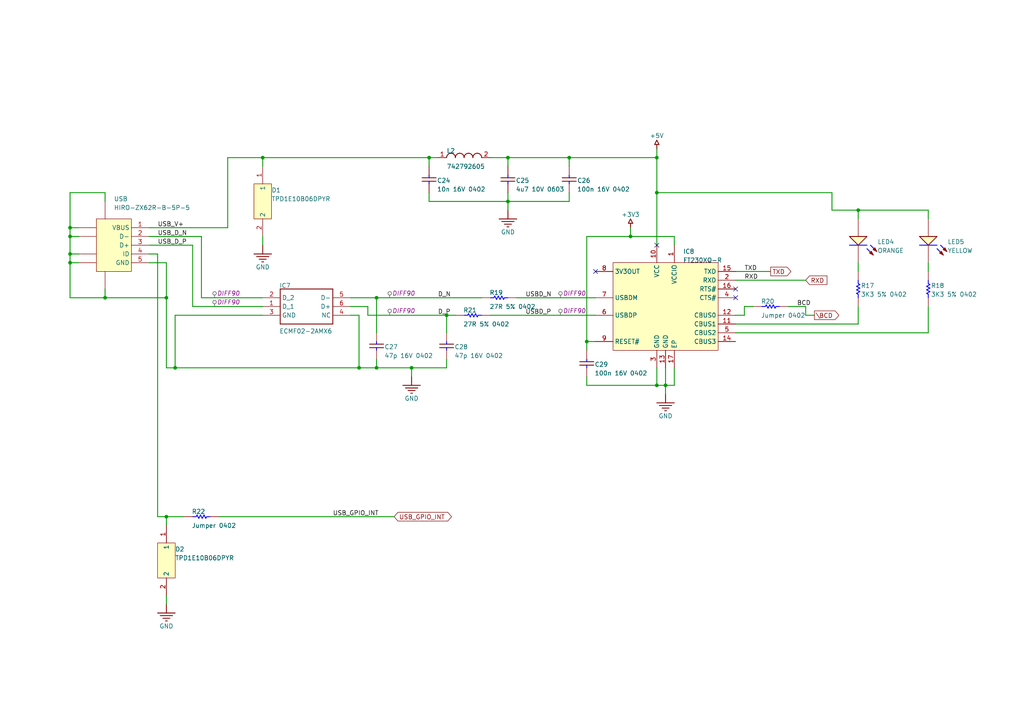
<source format=kicad_sch>
(kicad_sch (version 20230121) (generator eeschema)

  (uuid 3ce80483-1cbb-48be-9467-25286dc0e9b8)

  (paper "A4")

  (lib_symbols
    (symbol "OpenAXES-altium-import:+3V3" (power) (in_bom yes) (on_board yes)
      (property "Reference" "#PWR" (at 0 0 0)
        (effects (font (size 1.27 1.27)))
      )
      (property "Value" "+3V3" (at 0 3.81 0)
        (effects (font (size 1.27 1.27)))
      )
      (property "Footprint" "" (at 0 0 0)
        (effects (font (size 1.27 1.27)) hide)
      )
      (property "Datasheet" "" (at 0 0 0)
        (effects (font (size 1.27 1.27)) hide)
      )
      (property "ki_keywords" "power-flag" (at 0 0 0)
        (effects (font (size 1.27 1.27)) hide)
      )
      (property "ki_description" "Power symbol creates a global label with name '+3V3'" (at 0 0 0)
        (effects (font (size 1.27 1.27)) hide)
      )
      (symbol "+3V3_0_0"
        (polyline
          (pts
            (xy 0 0)
            (xy 0 -1.27)
          )
          (stroke (width 0.254) (type solid))
          (fill (type none))
        )
        (polyline
          (pts
            (xy -0.635 -1.27)
            (xy 0.635 -1.27)
            (xy 0 -2.54)
            (xy -0.635 -1.27)
          )
          (stroke (width 0.254) (type solid))
          (fill (type none))
        )
        (pin power_in line (at 0 0 0) (length 0) hide
          (name "+3V3" (effects (font (size 1.27 1.27))))
          (number "" (effects (font (size 1.27 1.27))))
        )
      )
    )
    (symbol "OpenAXES-altium-import:+5V" (power) (in_bom yes) (on_board yes)
      (property "Reference" "#PWR" (at 0 0 0)
        (effects (font (size 1.27 1.27)))
      )
      (property "Value" "+5V" (at 0 3.81 0)
        (effects (font (size 1.27 1.27)))
      )
      (property "Footprint" "" (at 0 0 0)
        (effects (font (size 1.27 1.27)) hide)
      )
      (property "Datasheet" "" (at 0 0 0)
        (effects (font (size 1.27 1.27)) hide)
      )
      (property "ki_keywords" "power-flag" (at 0 0 0)
        (effects (font (size 1.27 1.27)) hide)
      )
      (property "ki_description" "Power symbol creates a global label with name '+5V'" (at 0 0 0)
        (effects (font (size 1.27 1.27)) hide)
      )
      (symbol "+5V_0_0"
        (polyline
          (pts
            (xy 0 0)
            (xy 0 -1.27)
          )
          (stroke (width 0.254) (type solid))
          (fill (type none))
        )
        (polyline
          (pts
            (xy -0.635 -1.27)
            (xy 0.635 -1.27)
            (xy 0 -2.54)
            (xy -0.635 -1.27)
          )
          (stroke (width 0.254) (type solid))
          (fill (type none))
        )
        (pin power_in line (at 0 0 0) (length 0) hide
          (name "+5V" (effects (font (size 1.27 1.27))))
          (number "" (effects (font (size 1.27 1.27))))
        )
      )
    )
    (symbol "OpenAXES-altium-import:GND" (power) (in_bom yes) (on_board yes)
      (property "Reference" "#PWR" (at 0 0 0)
        (effects (font (size 1.27 1.27)))
      )
      (property "Value" "GND" (at 0 6.35 0)
        (effects (font (size 1.27 1.27)))
      )
      (property "Footprint" "" (at 0 0 0)
        (effects (font (size 1.27 1.27)) hide)
      )
      (property "Datasheet" "" (at 0 0 0)
        (effects (font (size 1.27 1.27)) hide)
      )
      (property "ki_keywords" "power-flag" (at 0 0 0)
        (effects (font (size 1.27 1.27)) hide)
      )
      (property "ki_description" "Power symbol creates a global label with name 'GND'" (at 0 0 0)
        (effects (font (size 1.27 1.27)) hide)
      )
      (symbol "GND_0_0"
        (polyline
          (pts
            (xy -2.54 -2.54)
            (xy 2.54 -2.54)
          )
          (stroke (width 0.254) (type solid))
          (fill (type none))
        )
        (polyline
          (pts
            (xy -1.778 -3.302)
            (xy 1.778 -3.302)
          )
          (stroke (width 0.254) (type solid))
          (fill (type none))
        )
        (polyline
          (pts
            (xy -1.016 -4.064)
            (xy 1.016 -4.064)
          )
          (stroke (width 0.254) (type solid))
          (fill (type none))
        )
        (polyline
          (pts
            (xy -0.254 -4.826)
            (xy 0.254 -4.826)
          )
          (stroke (width 0.254) (type solid))
          (fill (type none))
        )
        (polyline
          (pts
            (xy 0 0)
            (xy 0 -2.54)
          )
          (stroke (width 0.254) (type solid))
          (fill (type none))
        )
        (pin power_in line (at 0 0 0) (length 0) hide
          (name "GND" (effects (font (size 1.27 1.27))))
          (number "" (effects (font (size 1.27 1.27))))
        )
      )
    )
    (symbol "OpenAXES-altium-import:root_0_CMP-0220-00044-1" (in_bom yes) (on_board yes)
      (property "Reference" "" (at 0 0 0)
        (effects (font (size 1.27 1.27)))
      )
      (property "Value" "" (at 0 0 0)
        (effects (font (size 1.27 1.27)))
      )
      (property "Footprint" "" (at 0 0 0)
        (effects (font (size 1.27 1.27)) hide)
      )
      (property "Datasheet" "" (at 0 0 0)
        (effects (font (size 1.27 1.27)) hide)
      )
      (property "ki_description" "SMD EMI Suppression Ferrite Bead WE-CBF, Z = 33 Ohm" (at 0 0 0)
        (effects (font (size 1.27 1.27)) hide)
      )
      (property "ki_fp_filters" "0603(1608)_L" (at 0 0 0)
        (effects (font (size 1.27 1.27)) hide)
      )
      (symbol "root_0_CMP-0220-00044-1_1_0"
        (arc (start 1.27 -1.27) (mid 0.372 -1.642) (end 0 -2.54)
          (stroke (width 0.254) (type solid))
          (fill (type none))
        )
        (arc (start 2.54 -2.54) (mid 2.168 -1.642) (end 1.27 -1.27)
          (stroke (width 0.254) (type solid))
          (fill (type none))
        )
        (arc (start 3.81 -1.27) (mid 2.912 -1.642) (end 2.54 -2.54)
          (stroke (width 0.254) (type solid))
          (fill (type none))
        )
        (arc (start 5.08 -2.54) (mid 4.708 -1.642) (end 3.81 -1.27)
          (stroke (width 0.254) (type solid))
          (fill (type none))
        )
        (arc (start 6.35 -1.27) (mid 5.452 -1.642) (end 5.08 -2.54)
          (stroke (width 0.254) (type solid))
          (fill (type none))
        )
        (arc (start 7.62 -2.54) (mid 7.248 -1.642) (end 6.35 -1.27)
          (stroke (width 0.254) (type solid))
          (fill (type none))
        )
        (arc (start 8.89 -1.27) (mid 7.992 -1.642) (end 7.62 -2.54)
          (stroke (width 0.254) (type solid))
          (fill (type none))
        )
        (arc (start 10.16 -2.54) (mid 9.788 -1.642) (end 8.89 -1.27)
          (stroke (width 0.254) (type solid))
          (fill (type none))
        )
        (pin passive line (at -2.54 -2.54 0) (length 2.54)
          (name "1" (effects (font (size 0 0))))
          (number "1" (effects (font (size 1.27 1.27))))
        )
        (pin passive line (at 12.7 -2.54 180) (length 2.54)
          (name "2" (effects (font (size 0 0))))
          (number "2" (effects (font (size 1.27 1.27))))
        )
      )
    )
    (symbol "OpenAXES-altium-import:root_0_COM-USB-FT230XQ-SQ17" (in_bom yes) (on_board yes)
      (property "Reference" "" (at 0 0 0)
        (effects (font (size 1.27 1.27)))
      )
      (property "Value" "" (at 0 0 0)
        (effects (font (size 1.27 1.27)))
      )
      (property "Footprint" "" (at 0 0 0)
        (effects (font (size 1.27 1.27)) hide)
      )
      (property "Datasheet" "" (at 0 0 0)
        (effects (font (size 1.27 1.27)) hide)
      )
      (property "ki_description" "USB to Basic UART Interface Chip, UHCI/OHCI/EHCI Compatible, USB 2.0 Compatible, -40 to +85 degC, 16-Pin QFN, Pb-Free, Tape and Reel" (at 0 0 0)
        (effects (font (size 1.27 1.27)) hide)
      )
      (property "ki_fp_filters" "QFN-16_L" (at 0 0 0)
        (effects (font (size 1.27 1.27)) hide)
      )
      (symbol "root_0_COM-USB-FT230XQ-SQ17_1_0"
        (rectangle (start 30.48 0) (end 0 -25.4)
          (stroke (width 0) (type solid))
          (fill (type background))
        )
        (pin power_in line (at 17.78 5.08 270) (length 5.08)
          (name "VCCIO" (effects (font (size 1.27 1.27))))
          (number "1" (effects (font (size 1.27 1.27))))
        )
        (pin power_in line (at 12.7 5.08 270) (length 5.08)
          (name "VCC" (effects (font (size 1.27 1.27))))
          (number "10" (effects (font (size 1.27 1.27))))
        )
        (pin bidirectional line (at 35.56 -17.78 180) (length 5.08)
          (name "CBUS1" (effects (font (size 1.27 1.27))))
          (number "11" (effects (font (size 1.27 1.27))))
        )
        (pin bidirectional line (at 35.56 -15.24 180) (length 5.08)
          (name "CBUS0" (effects (font (size 1.27 1.27))))
          (number "12" (effects (font (size 1.27 1.27))))
        )
        (pin power_in line (at 15.24 -30.48 90) (length 5.08)
          (name "GND" (effects (font (size 1.27 1.27))))
          (number "13" (effects (font (size 1.27 1.27))))
        )
        (pin bidirectional line (at 35.56 -22.86 180) (length 5.08)
          (name "CBUS3" (effects (font (size 1.27 1.27))))
          (number "14" (effects (font (size 1.27 1.27))))
        )
        (pin output line (at 35.56 -2.54 180) (length 5.08)
          (name "TXD" (effects (font (size 1.27 1.27))))
          (number "15" (effects (font (size 1.27 1.27))))
        )
        (pin output line (at 35.56 -7.62 180) (length 5.08)
          (name "RTS#" (effects (font (size 1.27 1.27))))
          (number "16" (effects (font (size 1.27 1.27))))
        )
        (pin power_in line (at 17.78 -30.48 90) (length 5.08)
          (name "EP" (effects (font (size 1.27 1.27))))
          (number "17" (effects (font (size 1.27 1.27))))
        )
        (pin input line (at 35.56 -5.08 180) (length 5.08)
          (name "RXD" (effects (font (size 1.27 1.27))))
          (number "2" (effects (font (size 1.27 1.27))))
        )
        (pin power_in line (at 12.7 -30.48 90) (length 5.08)
          (name "GND" (effects (font (size 1.27 1.27))))
          (number "3" (effects (font (size 1.27 1.27))))
        )
        (pin input line (at 35.56 -10.16 180) (length 5.08)
          (name "CTS#" (effects (font (size 1.27 1.27))))
          (number "4" (effects (font (size 1.27 1.27))))
        )
        (pin bidirectional line (at 35.56 -20.32 180) (length 5.08)
          (name "CBUS2" (effects (font (size 1.27 1.27))))
          (number "5" (effects (font (size 1.27 1.27))))
        )
        (pin input line (at -5.08 -15.24 0) (length 5.08)
          (name "USBDP" (effects (font (size 1.27 1.27))))
          (number "6" (effects (font (size 1.27 1.27))))
        )
        (pin input line (at -5.08 -10.16 0) (length 5.08)
          (name "USBDM" (effects (font (size 1.27 1.27))))
          (number "7" (effects (font (size 1.27 1.27))))
        )
        (pin power_in line (at -5.08 -2.54 0) (length 5.08)
          (name "3V3OUT" (effects (font (size 1.27 1.27))))
          (number "8" (effects (font (size 1.27 1.27))))
        )
        (pin input line (at -5.08 -22.86 0) (length 5.08)
          (name "RESET#" (effects (font (size 1.27 1.27))))
          (number "9" (effects (font (size 1.27 1.27))))
        )
      )
    )
    (symbol "OpenAXES-altium-import:root_0_ECMF02-2AMX6" (in_bom yes) (on_board yes)
      (property "Reference" "" (at 0 0 0)
        (effects (font (size 1.27 1.27)))
      )
      (property "Value" "" (at 0 0 0)
        (effects (font (size 1.27 1.27)))
      )
      (property "Footprint" "" (at 0 0 0)
        (effects (font (size 1.27 1.27)) hide)
      )
      (property "Datasheet" "" (at 0 0 0)
        (effects (font (size 1.27 1.27)) hide)
      )
      (property "ki_description" "Integrated Circuit" (at 0 0 0)
        (effects (font (size 1.27 1.27)) hide)
      )
      (property "ki_fp_filters" "SON50P150X170X55-6N-D" (at 0 0 0)
        (effects (font (size 1.27 1.27)) hide)
      )
      (symbol "root_0_ECMF02-2AMX6_1_0"
        (polyline
          (pts
            (xy 5.08 2.54)
            (xy 5.08 -7.62)
          )
          (stroke (width 0.254) (type solid))
          (fill (type none))
        )
        (polyline
          (pts
            (xy 5.08 2.54)
            (xy 20.32 2.54)
          )
          (stroke (width 0.254) (type solid))
          (fill (type none))
        )
        (polyline
          (pts
            (xy 20.32 -7.62)
            (xy 5.08 -7.62)
          )
          (stroke (width 0.254) (type solid))
          (fill (type none))
        )
        (polyline
          (pts
            (xy 20.32 -7.62)
            (xy 20.32 2.54)
          )
          (stroke (width 0.254) (type solid))
          (fill (type none))
        )
        (pin passive line (at 0 -2.54 0) (length 5.08)
          (name "D_1" (effects (font (size 1.27 1.27))))
          (number "1" (effects (font (size 1.27 1.27))))
        )
        (pin passive line (at 0 0 0) (length 5.08)
          (name "D_2" (effects (font (size 1.27 1.27))))
          (number "2" (effects (font (size 1.27 1.27))))
        )
        (pin passive line (at 0 -5.08 0) (length 5.08)
          (name "GND" (effects (font (size 1.27 1.27))))
          (number "3" (effects (font (size 1.27 1.27))))
        )
        (pin passive line (at 25.4 -5.08 180) (length 5.08)
          (name "NC" (effects (font (size 1.27 1.27))))
          (number "4" (effects (font (size 1.27 1.27))))
        )
        (pin passive line (at 25.4 0 180) (length 5.08)
          (name "D-" (effects (font (size 1.27 1.27))))
          (number "5" (effects (font (size 1.27 1.27))))
        )
        (pin passive line (at 25.4 -2.54 180) (length 5.08)
          (name "D+" (effects (font (size 1.27 1.27))))
          (number "6" (effects (font (size 1.27 1.27))))
        )
      )
    )
    (symbol "OpenAXES-altium-import:root_0_RES" (in_bom yes) (on_board yes)
      (property "Reference" "" (at 0 0 0)
        (effects (font (size 1.27 1.27)))
      )
      (property "Value" "" (at 0 0 0)
        (effects (font (size 1.27 1.27)))
      )
      (property "Footprint" "" (at 0 0 0)
        (effects (font (size 1.27 1.27)) hide)
      )
      (property "Datasheet" "" (at 0 0 0)
        (effects (font (size 1.27 1.27)) hide)
      )
      (property "ki_description" "Jumper 0402 (1005 Metric)" (at 0 0 0)
        (effects (font (size 1.27 1.27)) hide)
      )
      (property "ki_fp_filters" "RESC0402(1005)_L" (at 0 0 0)
        (effects (font (size 1.27 1.27)) hide)
      )
      (symbol "root_0_RES_1_0"
        (polyline
          (pts
            (xy 5.08 -2.54)
            (xy 4.064 -2.54)
            (xy 3.81 -3.048)
            (xy 3.302 -2.032)
            (xy 2.794 -3.048)
            (xy 2.286 -2.032)
            (xy 1.778 -3.048)
            (xy 1.27 -2.032)
            (xy 1.016 -2.54)
            (xy 0 -2.54)
          )
          (stroke (width 0.254) (type solid) (color 0 0 255 1))
          (fill (type none))
        )
        (pin passive line (at -2.54 -2.54 0) (length 2.54)
          (name "1" (effects (font (size 0 0))))
          (number "1" (effects (font (size 0 0))))
        )
        (pin passive line (at 7.62 -2.54 180) (length 2.54)
          (name "2" (effects (font (size 0 0))))
          (number "2" (effects (font (size 0 0))))
        )
      )
    )
    (symbol "OpenAXES-altium-import:root_0_mirrored_HIRO-ZX62R-B-5P-5" (in_bom yes) (on_board yes)
      (property "Reference" "" (at 0 0 0)
        (effects (font (size 1.27 1.27)))
      )
      (property "Value" "" (at 0 0 0)
        (effects (font (size 1.27 1.27)))
      )
      (property "Footprint" "" (at 0 0 0)
        (effects (font (size 1.27 1.27)) hide)
      )
      (property "Datasheet" "" (at 0 0 0)
        (effects (font (size 1.27 1.27)) hide)
      )
      (property "ki_fp_filters" "HIRO-ZX62R-B-5P_V" (at 0 0 0)
        (effects (font (size 1.27 1.27)) hide)
      )
      (symbol "root_0_mirrored_HIRO-ZX62R-B-5P-5_1_0"
        (rectangle (start 0 0) (end -10.16 -15.24)
          (stroke (width 0) (type solid))
          (fill (type background))
        )
        (pin power_in line (at 5.08 -2.54 180) (length 5.08)
          (name "VBUS" (effects (font (size 1.27 1.27))))
          (number "1" (effects (font (size 1.27 1.27))))
        )
        (pin passive line (at -15.24 -2.54 0) (length 5.08)
          (name "SHLD" (effects (font (size 0 0))))
          (number "10" (effects (font (size 0 0))))
        )
        (pin passive line (at -7.62 5.08 270) (length 5.08)
          (name "SHLD" (effects (font (size 0 0))))
          (number "11" (effects (font (size 0 0))))
        )
        (pin bidirectional line (at 5.08 -5.08 180) (length 5.08)
          (name "D-" (effects (font (size 1.27 1.27))))
          (number "2" (effects (font (size 1.27 1.27))))
        )
        (pin bidirectional line (at 5.08 -7.62 180) (length 5.08)
          (name "D+" (effects (font (size 1.27 1.27))))
          (number "3" (effects (font (size 1.27 1.27))))
        )
        (pin passive line (at 5.08 -10.16 180) (length 5.08)
          (name "ID" (effects (font (size 1.27 1.27))))
          (number "4" (effects (font (size 1.27 1.27))))
        )
        (pin power_in line (at 5.08 -12.7 180) (length 5.08)
          (name "GND" (effects (font (size 1.27 1.27))))
          (number "5" (effects (font (size 1.27 1.27))))
        )
        (pin passive line (at -7.62 -20.32 90) (length 5.08)
          (name "SHLD" (effects (font (size 0 0))))
          (number "6" (effects (font (size 0 0))))
        )
        (pin passive line (at -15.24 -12.7 0) (length 5.08)
          (name "SHLD" (effects (font (size 0 0))))
          (number "7" (effects (font (size 0 0))))
        )
        (pin passive line (at -15.24 -10.16 0) (length 5.08)
          (name "SHLD" (effects (font (size 0 0))))
          (number "8" (effects (font (size 0 0))))
        )
        (pin passive line (at -15.24 -5.08 0) (length 5.08)
          (name "SHLD" (effects (font (size 0 0))))
          (number "9" (effects (font (size 0 0))))
        )
      )
    )
    (symbol "OpenAXES-altium-import:root_1_CAP" (in_bom yes) (on_board yes)
      (property "Reference" "" (at 0 0 0)
        (effects (font (size 1.27 1.27)))
      )
      (property "Value" "" (at 0 0 0)
        (effects (font (size 1.27 1.27)))
      )
      (property "Footprint" "" (at 0 0 0)
        (effects (font (size 1.27 1.27)) hide)
      )
      (property "Datasheet" "" (at 0 0 0)
        (effects (font (size 1.27 1.27)) hide)
      )
      (property "ki_description" "CAP 4.7uF 10V ±20% 0603 (1608 Metric) Thickness 1mm SMD" (at 0 0 0)
        (effects (font (size 1.27 1.27)) hide)
      )
      (property "ki_fp_filters" "CAPC0603(1608)100_L" (at 0 0 0)
        (effects (font (size 1.27 1.27)) hide)
      )
      (symbol "root_1_CAP_1_0"
        (polyline
          (pts
            (xy 0.508 1.778)
            (xy 4.572 1.778)
          )
          (stroke (width 0.254) (type solid))
          (fill (type none))
        )
        (polyline
          (pts
            (xy 2.54 0)
            (xy 2.54 0.762)
          )
          (stroke (width 0.254) (type solid) (color 0 0 255 1))
          (fill (type none))
        )
        (polyline
          (pts
            (xy 2.54 2.54)
            (xy 2.54 1.778)
          )
          (stroke (width 0.254) (type solid) (color 0 0 255 1))
          (fill (type none))
        )
        (polyline
          (pts
            (xy 4.572 0.762)
            (xy 0.508 0.762)
          )
          (stroke (width 0.254) (type solid))
          (fill (type none))
        )
        (pin passive line (at 2.54 -2.54 90) (length 2.54)
          (name "1" (effects (font (size 0 0))))
          (number "1" (effects (font (size 0 0))))
        )
        (pin passive line (at 2.54 5.08 270) (length 2.54)
          (name "2" (effects (font (size 0 0))))
          (number "2" (effects (font (size 0 0))))
        )
      )
    )
    (symbol "OpenAXES-altium-import:root_1_RES" (in_bom yes) (on_board yes)
      (property "Reference" "" (at 0 0 0)
        (effects (font (size 1.27 1.27)))
      )
      (property "Value" "" (at 0 0 0)
        (effects (font (size 1.27 1.27)))
      )
      (property "Footprint" "" (at 0 0 0)
        (effects (font (size 1.27 1.27)) hide)
      )
      (property "Datasheet" "" (at 0 0 0)
        (effects (font (size 1.27 1.27)) hide)
      )
      (property "ki_description" "3K3 0.063W 5% 0402 (1005 Metric)  SMD" (at 0 0 0)
        (effects (font (size 1.27 1.27)) hide)
      )
      (property "ki_fp_filters" "RESC0402(1005)_L" (at 0 0 0)
        (effects (font (size 1.27 1.27)) hide)
      )
      (symbol "root_1_RES_1_0"
        (polyline
          (pts
            (xy 2.54 5.08)
            (xy 2.54 4.064)
            (xy 3.048 3.81)
            (xy 2.032 3.302)
            (xy 3.048 2.794)
            (xy 2.032 2.286)
            (xy 3.048 1.778)
            (xy 2.032 1.27)
            (xy 2.54 1.016)
            (xy 2.54 0)
          )
          (stroke (width 0.254) (type solid) (color 0 0 255 1))
          (fill (type none))
        )
        (pin passive line (at 2.54 -2.54 90) (length 2.54)
          (name "1" (effects (font (size 0 0))))
          (number "1" (effects (font (size 0 0))))
        )
        (pin passive line (at 2.54 7.62 270) (length 2.54)
          (name "2" (effects (font (size 0 0))))
          (number "2" (effects (font (size 0 0))))
        )
      )
    )
    (symbol "OpenAXES-altium-import:root_3_LED" (in_bom yes) (on_board yes)
      (property "Reference" "" (at 0 0 0)
        (effects (font (size 1.27 1.27)))
      )
      (property "Value" "" (at 0 0 0)
        (effects (font (size 1.27 1.27)))
      )
      (property "Footprint" "" (at 0 0 0)
        (effects (font (size 1.27 1.27)) hide)
      )
      (property "Datasheet" "" (at 0 0 0)
        (effects (font (size 1.27 1.27)) hide)
      )
      (property "ki_description" "Generic 0402 LED" (at 0 0 0)
        (effects (font (size 1.27 1.27)) hide)
      )
      (property "ki_fp_filters" "LED_0402" (at 0 0 0)
        (effects (font (size 1.27 1.27)) hide)
      )
      (symbol "root_3_LED_1_0"
        (polyline
          (pts
            (xy 2.54 -3.556)
            (xy 4.318 -5.334)
          )
          (stroke (width 0.254) (type solid) (color 0 0 255 1))
          (fill (type none))
        )
        (polyline
          (pts
            (xy 2.54 -2.54)
            (xy -2.54 -2.54)
          )
          (stroke (width 0.254) (type solid) (color 0 0 255 1))
          (fill (type none))
        )
        (polyline
          (pts
            (xy 3.556 -2.54)
            (xy 5.334 -4.318)
          )
          (stroke (width 0.254) (type solid) (color 0 0 255 1))
          (fill (type none))
        )
        (polyline
          (pts
            (xy -2.54 0)
            (xy 0 -2.54)
            (xy 2.54 0)
            (xy -2.54 0)
          )
          (stroke (width 0.254) (type solid))
          (fill (type background))
        )
        (polyline
          (pts
            (xy 4.318 -5.334)
            (xy 3.81 -4.318)
            (xy 3.302 -4.826)
            (xy 4.318 -5.334)
          )
          (stroke (width 0.254) (type solid))
          (fill (type outline))
        )
        (polyline
          (pts
            (xy 5.334 -4.318)
            (xy 4.826 -3.302)
            (xy 4.318 -3.81)
            (xy 5.334 -4.318)
          )
          (stroke (width 0.254) (type solid))
          (fill (type outline))
        )
        (pin passive line (at 0 5.08 270) (length 5.08)
          (name "ANODE" (effects (font (size 0 0))))
          (number "ANODE" (effects (font (size 0 0))))
        )
        (pin passive line (at 0 -7.62 90) (length 5.08)
          (name "CATHODE" (effects (font (size 0 0))))
          (number "CATHODE" (effects (font (size 0 0))))
        )
      )
    )
    (symbol "OpenAXES-altium-import:root_3_TI-TPD1E10B06-X2SON_DPY-2" (in_bom yes) (on_board yes)
      (property "Reference" "" (at 0 0 0)
        (effects (font (size 1.27 1.27)))
      )
      (property "Value" "" (at 0 0 0)
        (effects (font (size 1.27 1.27)))
      )
      (property "Footprint" "" (at 0 0 0)
        (effects (font (size 1.27 1.27)) hide)
      )
      (property "Datasheet" "" (at 0 0 0)
        (effects (font (size 1.27 1.27)) hide)
      )
      (property "ki_description" "ESD in 0402 Package with 10 pF Capacitance and 6 V Breakdown, 1 Channel, -40 to +125 degC, 2-pin X2SON (DPY), Green (RoHS & no Sb/Br)" (at 0 0 0)
        (effects (font (size 1.27 1.27)) hide)
      )
      (property "ki_fp_filters" "DPY0002A_M" (at 0 0 0)
        (effects (font (size 1.27 1.27)) hide)
      )
      (symbol "root_3_TI-TPD1E10B06-X2SON_DPY-2_1_0"
        (rectangle (start 0 0) (end -5.08 -10.16)
          (stroke (width 0) (type solid))
          (fill (type background))
        )
        (pin passive line (at -2.54 5.08 270) (length 5.08)
          (name "1" (effects (font (size 1.27 1.27))))
          (number "1" (effects (font (size 1.27 1.27))))
        )
        (pin passive line (at -2.54 -15.24 90) (length 5.08)
          (name "2" (effects (font (size 1.27 1.27))))
          (number "2" (effects (font (size 1.27 1.27))))
        )
      )
    )
  )

  (junction (at 48.26 86.36) (diameter 0) (color 0 0 0 0)
    (uuid 057a36f7-9fc8-44bb-bfd9-318b9cd33613)
  )
  (junction (at 124.46 45.72) (diameter 0) (color 0 0 0 0)
    (uuid 0e56c79b-ed29-48de-95ad-77643ef96e17)
  )
  (junction (at 104.14 106.68) (diameter 0) (color 0 0 0 0)
    (uuid 1a03616c-2130-49a7-b132-9b9c681ea4ba)
  )
  (junction (at 129.54 91.44) (diameter 0) (color 0 0 0 0)
    (uuid 1da4a88e-caf9-4eeb-b432-e03b3c6d94c8)
  )
  (junction (at 165.1 45.72) (diameter 0) (color 0 0 0 0)
    (uuid 2de1259d-9ecc-4969-b01f-384dbae38504)
  )
  (junction (at 182.88 68.58) (diameter 0) (color 0 0 0 0)
    (uuid 32133eab-3831-46c5-9173-f5d5b59db070)
  )
  (junction (at 193.04 111.76) (diameter 0) (color 0 0 0 0)
    (uuid 3aad8736-8462-407e-9122-fe7ca92e2659)
  )
  (junction (at 147.32 45.72) (diameter 0) (color 0 0 0 0)
    (uuid 40112d2b-29ce-4694-84e1-4025aec36cc6)
  )
  (junction (at 170.18 99.06) (diameter 0) (color 0 0 0 0)
    (uuid 458325e7-89a2-48df-b886-5ecbbe840ab8)
  )
  (junction (at 109.22 86.36) (diameter 0) (color 0 0 0 0)
    (uuid 45c0cc1d-c219-4e8c-b1f2-1f4e6f731e9b)
  )
  (junction (at 20.32 68.58) (diameter 0) (color 0 0 0 0)
    (uuid 4bb62135-6e4b-400c-8a00-b76e8c575b16)
  )
  (junction (at 20.32 76.2) (diameter 0) (color 0 0 0 0)
    (uuid 4e10c4ab-f7b9-4569-b67e-f8701e854b74)
  )
  (junction (at 109.22 106.68) (diameter 0) (color 0 0 0 0)
    (uuid 7d8dd280-bc09-4fcc-aa4b-84fcaef9e4bf)
  )
  (junction (at 190.5 55.88) (diameter 0) (color 0 0 0 0)
    (uuid 7f3e04eb-2a08-4092-be22-3863eba25c24)
  )
  (junction (at 248.92 60.96) (diameter 0) (color 0 0 0 0)
    (uuid 8bbe8694-1d91-425b-8124-735eecf21fd3)
  )
  (junction (at 190.5 111.76) (diameter 0) (color 0 0 0 0)
    (uuid 8d862f5b-0e97-4185-963c-2dce3124f51c)
  )
  (junction (at 48.26 149.86) (diameter 0) (color 0 0 0 0)
    (uuid 9ca8b1ed-32a7-4256-a55c-ec2b30a18765)
  )
  (junction (at 50.8 106.68) (diameter 0) (color 0 0 0 0)
    (uuid aaebe7b4-1679-46e1-886f-b25111824094)
  )
  (junction (at 190.5 45.72) (diameter 0) (color 0 0 0 0)
    (uuid b76b7026-c1e9-4e67-aae0-c0f81eada431)
  )
  (junction (at 20.32 66.04) (diameter 0) (color 0 0 0 0)
    (uuid c338771d-f088-4870-b94d-dc187343e345)
  )
  (junction (at 20.32 73.66) (diameter 0) (color 0 0 0 0)
    (uuid c7f0959b-1e1d-46fb-92c8-68fc712eb7ac)
  )
  (junction (at 30.48 86.36) (diameter 0) (color 0 0 0 0)
    (uuid d7143cb3-1c80-4f7a-9be1-99af603a392f)
  )
  (junction (at 76.2 45.72) (diameter 0) (color 0 0 0 0)
    (uuid dea6b35b-47ba-465c-ba85-23e6865b6821)
  )
  (junction (at 147.32 58.42) (diameter 0) (color 0 0 0 0)
    (uuid df19d88c-6b7b-4175-91b7-a6d7f8f12f14)
  )
  (junction (at 119.38 106.68) (diameter 0) (color 0 0 0 0)
    (uuid e6749b74-d991-41bd-a5f2-2ae986ca2c26)
  )

  (no_connect (at 172.72 78.74) (uuid 0b9a50de-38c9-4556-887b-f257eadd03c8))
  (no_connect (at 213.36 86.36) (uuid 583a5ad5-a335-438b-8698-cb97ec80f852))
  (no_connect (at 190.5 71.12) (uuid 903bf7a2-a7b3-4f8c-8b56-f7518b0ee866))
  (no_connect (at 213.36 83.82) (uuid f8f9032f-7995-43ea-95c7-5f8515882d04))

  (wire (pts (xy 248.92 63.5) (xy 248.92 60.96))
    (stroke (width 0.254) (type default))
    (uuid 0055f858-509e-475c-a64a-338ccf7e568f)
  )
  (wire (pts (xy 170.18 111.76) (xy 170.18 109.22))
    (stroke (width 0.254) (type default))
    (uuid 0296e05b-d0a2-4894-9615-9a10e01614ff)
  )
  (wire (pts (xy 269.24 60.96) (xy 269.24 63.5))
    (stroke (width 0.254) (type default))
    (uuid 09d6b8d4-9a74-4d7c-bba2-c4c92461ce14)
  )
  (wire (pts (xy 139.7 86.36) (xy 109.22 86.36))
    (stroke (width 0.254) (type default))
    (uuid 0c00494f-3456-40e3-b262-2776fa8b2fdc)
  )
  (wire (pts (xy 213.36 96.52) (xy 269.24 96.52))
    (stroke (width 0.254) (type default))
    (uuid 0f320287-c34c-473d-8ecb-26b1863e0d04)
  )
  (wire (pts (xy 190.5 111.76) (xy 193.04 111.76))
    (stroke (width 0.254) (type default))
    (uuid 10a8e7e4-aa11-442d-83f7-0331c8b1e8e8)
  )
  (wire (pts (xy 43.18 68.58) (xy 58.42 68.58))
    (stroke (width 0.254) (type default))
    (uuid 11b884bc-01c2-4314-bd33-02c8cbee3c12)
  )
  (wire (pts (xy 48.26 172.72) (xy 48.26 175.26))
    (stroke (width 0.254) (type default))
    (uuid 17c185e5-c072-401a-b156-9511543ba6e7)
  )
  (wire (pts (xy 109.22 106.68) (xy 119.38 106.68))
    (stroke (width 0.254) (type default))
    (uuid 17d76ee7-eb2e-4ab8-81e2-66014ff80799)
  )
  (wire (pts (xy 165.1 55.88) (xy 165.1 58.42))
    (stroke (width 0.254) (type default))
    (uuid 1a0ee78e-3f0d-4cb3-9ce1-ce19426e4f2e)
  )
  (wire (pts (xy 193.04 106.68) (xy 193.04 111.76))
    (stroke (width 0.254) (type default))
    (uuid 1bdd0c08-0249-43b5-bf7e-bd188699f1ed)
  )
  (wire (pts (xy 228.6 88.9) (xy 233.68 88.9))
    (stroke (width 0.254) (type default))
    (uuid 1e440a8f-8fa3-438a-b578-9b632e586cc5)
  )
  (wire (pts (xy 193.04 111.76) (xy 193.04 114.3))
    (stroke (width 0.254) (type default))
    (uuid 213f77c0-1c97-4745-91db-fee4205b35dc)
  )
  (wire (pts (xy 215.9 91.44) (xy 215.9 88.9))
    (stroke (width 0.254) (type default))
    (uuid 21562d31-1c0d-4333-a345-c23e2c7934fc)
  )
  (wire (pts (xy 190.5 106.68) (xy 190.5 111.76))
    (stroke (width 0.254) (type default))
    (uuid 21b1b129-9d15-4385-8bcc-e6646d00eca8)
  )
  (wire (pts (xy 147.32 58.42) (xy 147.32 60.96))
    (stroke (width 0.254) (type default))
    (uuid 21f24a8b-4ce8-43b1-9574-dd7fc7c433e5)
  )
  (wire (pts (xy 170.18 101.6) (xy 170.18 99.06))
    (stroke (width 0.254) (type default))
    (uuid 249eab5b-b831-406c-ba39-329b83302745)
  )
  (wire (pts (xy 66.04 45.72) (xy 66.04 66.04))
    (stroke (width 0.254) (type default))
    (uuid 2892b6c9-e738-40ba-8c6e-e3a46c3f987e)
  )
  (wire (pts (xy 109.22 86.36) (xy 109.22 96.52))
    (stroke (width 0.254) (type default))
    (uuid 2d2373c5-bcae-4998-8ed1-94dadf1430d6)
  )
  (wire (pts (xy 43.18 76.2) (xy 48.26 76.2))
    (stroke (width 0.254) (type default))
    (uuid 2e1c8bac-a937-4c7d-a6fe-2253e952cca7)
  )
  (wire (pts (xy 76.2 48.26) (xy 76.2 45.72))
    (stroke (width 0.254) (type default))
    (uuid 2eaba2b5-2ba5-446a-984e-1ba25274ca41)
  )
  (wire (pts (xy 233.68 88.9) (xy 233.68 91.44))
    (stroke (width 0.254) (type default))
    (uuid 2f6db36f-2a20-40c0-9204-da08618f3a28)
  )
  (wire (pts (xy 213.36 93.98) (xy 248.92 93.98))
    (stroke (width 0.254) (type default))
    (uuid 3093acd9-81e6-4510-a9b8-99b91b71db5a)
  )
  (wire (pts (xy 20.32 55.88) (xy 20.32 66.04))
    (stroke (width 0.254) (type default))
    (uuid 34695d96-b28f-4d14-ad79-4d87e8a6fd1f)
  )
  (wire (pts (xy 142.24 45.72) (xy 147.32 45.72))
    (stroke (width 0.254) (type default))
    (uuid 34ffd529-f279-4b82-b4e2-171a138cc7db)
  )
  (wire (pts (xy 66.04 66.04) (xy 43.18 66.04))
    (stroke (width 0.254) (type default))
    (uuid 365e4151-9283-4257-a562-c3b0e1b9110f)
  )
  (wire (pts (xy 190.5 71.12) (xy 190.5 55.88))
    (stroke (width 0.254) (type default))
    (uuid 38b8093e-1d43-4646-84f5-e94535ecd496)
  )
  (wire (pts (xy 45.72 73.66) (xy 45.72 149.86))
    (stroke (width 0.254) (type default))
    (uuid 3d1bae9b-9c7b-4939-822d-a66c211aff6d)
  )
  (wire (pts (xy 182.88 66.04) (xy 182.88 68.58))
    (stroke (width 0.254) (type default))
    (uuid 3e227963-c219-4642-a048-5e4aaea84b9b)
  )
  (wire (pts (xy 269.24 78.74) (xy 269.24 76.2))
    (stroke (width 0.254) (type default))
    (uuid 3e3258cb-3db1-467b-8e46-a43df742038f)
  )
  (wire (pts (xy 165.1 58.42) (xy 147.32 58.42))
    (stroke (width 0.254) (type default))
    (uuid 40be20c8-32bf-4a76-836f-0113182bd8d1)
  )
  (wire (pts (xy 147.32 45.72) (xy 147.32 48.26))
    (stroke (width 0.254) (type default))
    (uuid 466304a1-c2b9-4e0a-96c7-6fe7c6be34bb)
  )
  (wire (pts (xy 190.5 55.88) (xy 190.5 45.72))
    (stroke (width 0.254) (type default))
    (uuid 475efb2d-80ea-40ac-9570-3e61fc006ccf)
  )
  (wire (pts (xy 104.14 106.68) (xy 109.22 106.68))
    (stroke (width 0.254) (type default))
    (uuid 49668dfd-5c0f-402d-8ee0-c6fab5041910)
  )
  (wire (pts (xy 76.2 91.44) (xy 50.8 91.44))
    (stroke (width 0.254) (type default))
    (uuid 4c657e9e-d574-4464-9afc-72d0c7c1853b)
  )
  (wire (pts (xy 152.4 91.44) (xy 154.94 91.44))
    (stroke (width 0) (type default))
    (uuid 4d0c6130-7e0d-480f-a9ec-a2741a3e72d7)
  )
  (wire (pts (xy 106.68 91.44) (xy 129.54 91.44))
    (stroke (width 0.254) (type default))
    (uuid 5108aa48-5c52-482e-bcbc-63c15ac5f18e)
  )
  (wire (pts (xy 170.18 68.58) (xy 182.88 68.58))
    (stroke (width 0.254) (type default))
    (uuid 5167dc23-7334-4c9b-9954-b60f81c3577f)
  )
  (wire (pts (xy 20.32 73.66) (xy 20.32 76.2))
    (stroke (width 0.254) (type default))
    (uuid 52f331fd-4ffd-410a-9940-cdb26397d70d)
  )
  (wire (pts (xy 48.26 149.86) (xy 53.34 149.86))
    (stroke (width 0.254) (type default))
    (uuid 536f65ad-76d3-4057-b873-a10ab81411f0)
  )
  (wire (pts (xy 124.46 58.42) (xy 147.32 58.42))
    (stroke (width 0.254) (type default))
    (uuid 5cf5b427-e62d-45fa-a0eb-01d58e5f6e6b)
  )
  (wire (pts (xy 55.88 88.9) (xy 76.2 88.9))
    (stroke (width 0.254) (type default))
    (uuid 5f42617c-ecf2-4703-9e39-80d2f6c2f23f)
  )
  (wire (pts (xy 43.18 73.66) (xy 45.72 73.66))
    (stroke (width 0.254) (type default))
    (uuid 61654d6e-940b-4387-87e1-299f3d672268)
  )
  (wire (pts (xy 101.6 86.36) (xy 109.22 86.36))
    (stroke (width 0.254) (type default))
    (uuid 63b3744c-d634-48ce-88d9-c6a29dca3c16)
  )
  (wire (pts (xy 43.18 71.12) (xy 55.88 71.12))
    (stroke (width 0.254) (type default))
    (uuid 6626a995-2c18-4cf0-a267-27400460918e)
  )
  (wire (pts (xy 129.54 91.44) (xy 132.08 91.44))
    (stroke (width 0.254) (type default))
    (uuid 6761f6a8-fbde-4133-86c9-202fd1003adb)
  )
  (wire (pts (xy 101.6 91.44) (xy 104.14 91.44))
    (stroke (width 0.254) (type default))
    (uuid 6874b6f6-a9ca-49da-a4b2-206dc6a3e664)
  )
  (wire (pts (xy 20.32 68.58) (xy 20.32 73.66))
    (stroke (width 0.254) (type default))
    (uuid 688fb484-8037-406a-a05f-f773ae6a3d13)
  )
  (wire (pts (xy 248.92 93.98) (xy 248.92 88.9))
    (stroke (width 0.254) (type default))
    (uuid 6ab730ce-ae80-4711-a66e-b6521e5280e5)
  )
  (wire (pts (xy 142.24 91.44) (xy 172.72 91.44))
    (stroke (width 0.254) (type default))
    (uuid 6ca97c70-197e-4bef-bb52-2399bccc5e16)
  )
  (wire (pts (xy 195.58 111.76) (xy 193.04 111.76))
    (stroke (width 0.254) (type default))
    (uuid 6dbec808-5a6f-4c7e-9f16-eab0c0f5ea8c)
  )
  (wire (pts (xy 22.86 73.66) (xy 20.32 73.66))
    (stroke (width 0.254) (type default))
    (uuid 72ad6e3d-4397-4523-8498-61ca244376ba)
  )
  (wire (pts (xy 152.4 86.36) (xy 154.94 86.36))
    (stroke (width 0) (type default))
    (uuid 7527ffed-d35e-4d98-8cdf-fea7ddc6969f)
  )
  (wire (pts (xy 119.38 106.68) (xy 119.38 109.22))
    (stroke (width 0.254) (type default))
    (uuid 773174c7-5a4d-4bf2-aca3-afedffada6a5)
  )
  (wire (pts (xy 48.26 106.68) (xy 50.8 106.68))
    (stroke (width 0.254) (type default))
    (uuid 77676ff6-9c32-4db0-9ee4-5a47aa9c909c)
  )
  (wire (pts (xy 124.46 48.26) (xy 124.46 45.72))
    (stroke (width 0.254) (type default))
    (uuid 77afa5ea-8727-4a99-9c85-e13f91ee3187)
  )
  (wire (pts (xy 50.8 106.68) (xy 104.14 106.68))
    (stroke (width 0.254) (type default))
    (uuid 7807aab1-73fa-47a8-872d-324c64348de2)
  )
  (wire (pts (xy 58.42 68.58) (xy 58.42 86.36))
    (stroke (width 0.254) (type default))
    (uuid 78ad5556-7fe8-47b6-b9c9-fcf6a8f059e2)
  )
  (wire (pts (xy 195.58 106.68) (xy 195.58 111.76))
    (stroke (width 0.254) (type default))
    (uuid 7a5995f6-0de8-44c7-b066-556acaccd386)
  )
  (wire (pts (xy 213.36 81.28) (xy 233.68 81.28))
    (stroke (width 0.254) (type default))
    (uuid 7bd21207-fb8d-4f10-9b07-bcc2721cb1eb)
  )
  (wire (pts (xy 30.48 83.82) (xy 30.48 86.36))
    (stroke (width 0.254) (type default))
    (uuid 7dc84c03-65fb-4b15-ae1d-9b597c33fee6)
  )
  (wire (pts (xy 248.92 78.74) (xy 248.92 76.2))
    (stroke (width 0.254) (type default))
    (uuid 7eb6e5fd-2475-4217-8e4a-df7a1cc584e8)
  )
  (wire (pts (xy 45.72 149.86) (xy 48.26 149.86))
    (stroke (width 0.254) (type default))
    (uuid 7f7f80ea-60c3-42d4-bb39-325aa16ed407)
  )
  (wire (pts (xy 22.86 66.04) (xy 20.32 66.04))
    (stroke (width 0.254) (type default))
    (uuid 830bfbff-9c2d-4b36-b27d-428af681df5b)
  )
  (wire (pts (xy 241.3 55.88) (xy 241.3 60.96))
    (stroke (width 0.254) (type default))
    (uuid 83933b28-2ccf-4904-8b51-709b2f85498e)
  )
  (wire (pts (xy 129.54 106.68) (xy 129.54 104.14))
    (stroke (width 0.254) (type default))
    (uuid 8907dddd-c63c-40c7-927f-e977af887611)
  )
  (wire (pts (xy 269.24 96.52) (xy 269.24 88.9))
    (stroke (width 0.254) (type default))
    (uuid 89c411c8-c1fb-45f8-ae96-b72cc18cc4b5)
  )
  (wire (pts (xy 22.86 68.58) (xy 20.32 68.58))
    (stroke (width 0.254) (type default))
    (uuid 8cec2051-9381-4f05-8586-3393951fe705)
  )
  (wire (pts (xy 165.1 48.26) (xy 165.1 45.72))
    (stroke (width 0.254) (type default))
    (uuid 8f69c722-0054-4962-8b2e-71c34a2b12e2)
  )
  (wire (pts (xy 106.68 88.9) (xy 106.68 91.44))
    (stroke (width 0.254) (type default))
    (uuid 9045d792-cf88-43db-9214-6e986dc8b763)
  )
  (wire (pts (xy 190.5 55.88) (xy 241.3 55.88))
    (stroke (width 0.254) (type default))
    (uuid 9539c4a7-d9ed-46df-acaf-f92d67c39482)
  )
  (wire (pts (xy 213.36 78.74) (xy 223.52 78.74))
    (stroke (width 0.254) (type default))
    (uuid 9802cd2a-6162-4452-8ce4-2eeb251bdb6b)
  )
  (wire (pts (xy 20.32 86.36) (xy 30.48 86.36))
    (stroke (width 0.254) (type default))
    (uuid 9a1faa79-14d2-4636-829d-faeba60dac00)
  )
  (wire (pts (xy 20.32 76.2) (xy 20.32 86.36))
    (stroke (width 0.254) (type default))
    (uuid 9a69e9eb-0dfe-4913-846b-d13127cba3ea)
  )
  (wire (pts (xy 213.36 91.44) (xy 215.9 91.44))
    (stroke (width 0.254) (type default))
    (uuid a3da4a46-b480-4824-9026-16cf37fcf157)
  )
  (wire (pts (xy 170.18 99.06) (xy 170.18 68.58))
    (stroke (width 0.254) (type default))
    (uuid a78e53c6-ebed-4370-8d15-a3d15e3f08c0)
  )
  (wire (pts (xy 149.86 86.36) (xy 172.72 86.36))
    (stroke (width 0.254) (type default))
    (uuid ab08474f-2e22-4be9-ad4a-1251e08f67b0)
  )
  (wire (pts (xy 119.38 106.68) (xy 129.54 106.68))
    (stroke (width 0.254) (type default))
    (uuid b24f2c6c-a63a-4534-9483-67c6fa315281)
  )
  (wire (pts (xy 233.68 91.44) (xy 236.22 91.44))
    (stroke (width 0.254) (type default))
    (uuid bba1d83e-03f4-4db6-817a-a0156858a5c6)
  )
  (wire (pts (xy 241.3 60.96) (xy 248.92 60.96))
    (stroke (width 0.254) (type default))
    (uuid bf35fe69-9b8b-4c86-96ec-9895825bd8bb)
  )
  (wire (pts (xy 55.88 71.12) (xy 55.88 88.9))
    (stroke (width 0.254) (type default))
    (uuid bfb81def-77f1-4e41-bc14-50ea967202ff)
  )
  (wire (pts (xy 30.48 86.36) (xy 48.26 86.36))
    (stroke (width 0.254) (type default))
    (uuid c54e18ea-9f8b-4b54-9a02-548ebdbafa00)
  )
  (wire (pts (xy 76.2 71.12) (xy 76.2 68.58))
    (stroke (width 0.254) (type default))
    (uuid c7e6551a-970d-4668-8351-79788c05e976)
  )
  (wire (pts (xy 248.92 60.96) (xy 269.24 60.96))
    (stroke (width 0.254) (type default))
    (uuid c86fafce-237a-4e48-ab31-4a23192665d7)
  )
  (wire (pts (xy 172.72 99.06) (xy 170.18 99.06))
    (stroke (width 0.254) (type default))
    (uuid c936ab8a-c9e9-40d5-82d1-b068afe9af0f)
  )
  (wire (pts (xy 124.46 55.88) (xy 124.46 58.42))
    (stroke (width 0.254) (type default))
    (uuid c9499b13-08af-414e-8b44-e529735877be)
  )
  (wire (pts (xy 195.58 68.58) (xy 195.58 71.12))
    (stroke (width 0.254) (type default))
    (uuid ceea2c0d-67b1-4a08-b11b-37283833ae71)
  )
  (wire (pts (xy 30.48 58.42) (xy 30.48 55.88))
    (stroke (width 0.254) (type default))
    (uuid d0e1acd5-23ca-4487-8807-29d765645b15)
  )
  (wire (pts (xy 190.5 111.76) (xy 170.18 111.76))
    (stroke (width 0.254) (type default))
    (uuid d1407345-77b9-4340-ae04-ba78ac1f0006)
  )
  (wire (pts (xy 30.48 55.88) (xy 20.32 55.88))
    (stroke (width 0.254) (type default))
    (uuid d4393730-47ee-4f6e-984a-74f8d3d3ec3b)
  )
  (wire (pts (xy 76.2 45.72) (xy 66.04 45.72))
    (stroke (width 0.254) (type default))
    (uuid d65da10a-164c-42de-81cd-13a5387dc267)
  )
  (wire (pts (xy 101.6 88.9) (xy 106.68 88.9))
    (stroke (width 0.254) (type default))
    (uuid d77c0afc-ca7e-4797-a8a4-854ae8cc5615)
  )
  (wire (pts (xy 48.26 76.2) (xy 48.26 86.36))
    (stroke (width 0.254) (type default))
    (uuid d827a0b2-a1bb-47e2-8ae0-fea7359aeb30)
  )
  (wire (pts (xy 182.88 68.58) (xy 195.58 68.58))
    (stroke (width 0.254) (type default))
    (uuid d9580908-aed8-49a0-b093-5f44a3e9f9c5)
  )
  (wire (pts (xy 165.1 45.72) (xy 147.32 45.72))
    (stroke (width 0.254) (type default))
    (uuid da05c93e-11f6-411c-a394-2d264ca64030)
  )
  (wire (pts (xy 215.9 88.9) (xy 218.44 88.9))
    (stroke (width 0.254) (type default))
    (uuid dac532e1-9004-43e5-bfda-1776a2055118)
  )
  (wire (pts (xy 109.22 106.68) (xy 109.22 104.14))
    (stroke (width 0.254) (type default))
    (uuid dc1f5edd-289a-4ce0-aa92-8d81f88d3ba5)
  )
  (wire (pts (xy 58.42 86.36) (xy 76.2 86.36))
    (stroke (width 0.254) (type default))
    (uuid df6e38d3-ccb1-4e18-9457-5e1809475c51)
  )
  (wire (pts (xy 50.8 91.44) (xy 50.8 106.68))
    (stroke (width 0.254) (type default))
    (uuid e10abe24-cb83-4fc4-9e25-6d3804e77a48)
  )
  (wire (pts (xy 20.32 66.04) (xy 20.32 68.58))
    (stroke (width 0.254) (type default))
    (uuid e38b138b-d5f9-4962-8763-d0ce82e9d979)
  )
  (wire (pts (xy 190.5 45.72) (xy 165.1 45.72))
    (stroke (width 0.254) (type default))
    (uuid e6636eb6-0fda-42db-9da7-0f925db7670f)
  )
  (wire (pts (xy 124.46 45.72) (xy 127 45.72))
    (stroke (width 0.254) (type default))
    (uuid e87a8287-b933-4afb-95be-e2d77feb0e6b)
  )
  (wire (pts (xy 129.54 91.44) (xy 129.54 96.52))
    (stroke (width 0.254) (type default))
    (uuid ecfce1b4-2379-4fe3-aaeb-94f732863121)
  )
  (wire (pts (xy 104.14 91.44) (xy 104.14 106.68))
    (stroke (width 0.254) (type default))
    (uuid f66a7e37-0f4e-4364-96c1-7f17d9a0d7e5)
  )
  (wire (pts (xy 147.32 58.42) (xy 147.32 55.88))
    (stroke (width 0.254) (type default))
    (uuid f67241f1-53f5-4042-8496-81a43283cc8a)
  )
  (wire (pts (xy 48.26 152.4) (xy 48.26 149.86))
    (stroke (width 0.254) (type default))
    (uuid f6803606-a7cf-4119-9150-4b4459349e06)
  )
  (wire (pts (xy 63.5 149.86) (xy 114.3 149.86))
    (stroke (width 0.254) (type default))
    (uuid f74bb587-c86d-411c-b352-7c679b3b7f82)
  )
  (wire (pts (xy 48.26 86.36) (xy 48.26 106.68))
    (stroke (width 0.254) (type default))
    (uuid f8e868ca-5a2d-4501-aba6-9338cda658e7)
  )
  (wire (pts (xy 22.86 76.2) (xy 20.32 76.2))
    (stroke (width 0.254) (type default))
    (uuid f9d6da68-435b-424a-bb0a-6e3cc8d4456a)
  )
  (wire (pts (xy 124.46 45.72) (xy 76.2 45.72))
    (stroke (width 0.254) (type default))
    (uuid fa6054a3-9df0-46c2-a487-28f7b2626631)
  )
  (wire (pts (xy 190.5 45.72) (xy 190.5 43.18))
    (stroke (width 0.254) (type default))
    (uuid fe359bcc-1361-4410-b221-a679cb90681b)
  )

  (label "D_N" (at 127 86.36 0) (fields_autoplaced)
    (effects (font (size 1.27 1.27)) (justify left bottom))
    (uuid 2298da7a-fb8e-49a7-b21a-e5cd6c8f333a)
  )
  (label "BCD" (at 231.14 88.9 0) (fields_autoplaced)
    (effects (font (size 1.27 1.27)) (justify left bottom))
    (uuid 2b112bcf-d495-44f0-bd48-8243d57d95de)
  )
  (label "USBD_P" (at 152.4 91.44 0) (fields_autoplaced)
    (effects (font (size 1.27 1.27)) (justify left bottom))
    (uuid 64ab2dac-65c3-4e04-a0ee-baa381cc568e)
  )
  (label "USB_GPIO_INT" (at 96.52 149.86 0) (fields_autoplaced)
    (effects (font (size 1.27 1.27)) (justify left bottom))
    (uuid 679043ce-0c3a-45d3-a7ce-1f87325cbf59)
  )
  (label "TXD" (at 215.9 78.74 0) (fields_autoplaced)
    (effects (font (size 1.27 1.27)) (justify left bottom))
    (uuid 726b0e4d-41a1-4518-888c-affc904cd338)
  )
  (label "RXD" (at 215.9 81.28 0) (fields_autoplaced)
    (effects (font (size 1.27 1.27)) (justify left bottom))
    (uuid 7e0da782-a304-43fd-bc28-9dbb668a7377)
  )
  (label "USB_D_N" (at 45.72 68.58 0) (fields_autoplaced)
    (effects (font (size 1.27 1.27)) (justify left bottom))
    (uuid a9e55a45-08aa-4ae4-9bb9-3be9953b29e0)
  )
  (label "USB_D_P" (at 45.72 71.12 0) (fields_autoplaced)
    (effects (font (size 1.27 1.27)) (justify left bottom))
    (uuid b1e9112f-9e33-46d7-90ee-38da383bf694)
  )
  (label "USBD_N" (at 152.4 86.36 0) (fields_autoplaced)
    (effects (font (size 1.27 1.27)) (justify left bottom))
    (uuid d478b1d3-2ed0-4069-a9ea-452aa600beb6)
  )
  (label "USB_V+" (at 45.72 66.04 0) (fields_autoplaced)
    (effects (font (size 1.27 1.27)) (justify left bottom))
    (uuid d612a8b6-a8e9-41eb-bae5-b2ced8b102cf)
  )
  (label "D_P" (at 127 91.44 0) (fields_autoplaced)
    (effects (font (size 1.27 1.27)) (justify left bottom))
    (uuid d7aa1230-7d7d-4a2c-a4e9-0628af1ecedf)
  )

  (global_label "RXD" (shape input) (at 233.68 81.28 0) (fields_autoplaced)
    (effects (font (size 1.27 1.27)) (justify left))
    (uuid 619ffacd-58c8-4b3c-a654-9b560cc240e0)
    (property "Intersheetrefs" "${INTERSHEET_REFS}" (at 240.3353 81.28 0)
      (effects (font (size 1.27 1.27)) (justify left) hide)
    )
  )
  (global_label "\\BCD" (shape output) (at 236.22 91.44 0) (fields_autoplaced)
    (effects (font (size 1.27 1.27)) (justify left))
    (uuid 8ad46131-2792-4785-839e-af9208c4e0fe)
    (property "Intersheetrefs" "${INTERSHEET_REFS}" (at 243.7825 91.44 0)
      (effects (font (size 1.27 1.27)) (justify left) hide)
    )
  )
  (global_label "USB_GPIO_INT" (shape bidirectional) (at 114.3 149.86 0) (fields_autoplaced)
    (effects (font (size 1.27 1.27)) (justify left))
    (uuid cd3c6d76-c960-4bf5-a992-669230db9911)
    (property "Intersheetrefs" "${INTERSHEET_REFS}" (at 131.4405 149.86 0)
      (effects (font (size 1.27 1.27)) (justify left) hide)
    )
  )
  (global_label "TXD" (shape output) (at 223.52 78.74 0) (fields_autoplaced)
    (effects (font (size 1.27 1.27)) (justify left))
    (uuid cdd1f99d-2e1f-4fe9-8755-87322f2f1011)
    (property "Intersheetrefs" "${INTERSHEET_REFS}" (at 229.8729 78.74 0)
      (effects (font (size 1.27 1.27)) (justify left) hide)
    )
  )

  (netclass_flag "" (length 1.27) (shape round) (at 162.56 86.36 0) (fields_autoplaced)
    (effects (font (size 1.27 1.27)) (justify left bottom))
    (uuid 272678f8-6f63-4b57-a037-03b9a202f0dc)
    (property "DIFF90" "DIFF90" (at 163.2585 85.09 0)
      (effects (font (size 1.27 1.27) italic) (justify left))
    )
  )
  (netclass_flag "" (length 1.27) (shape round) (at 62.23 88.9 0) (fields_autoplaced)
    (effects (font (size 1.27 1.27)) (justify left bottom))
    (uuid 44af3ea2-cbd9-4384-8101-4a3788cf3444)
    (property "DIFF90" "DIFF90" (at 62.9285 87.63 0)
      (effects (font (size 1.27 1.27) italic) (justify left))
    )
  )
  (netclass_flag "" (length 1.27) (shape round) (at 62.23 86.36 0) (fields_autoplaced)
    (effects (font (size 1.27 1.27)) (justify left bottom))
    (uuid 5a456b88-f6e8-4387-8eac-b0788c64a3d8)
    (property "DIFF90" "DIFF90" (at 62.9285 85.09 0)
      (effects (font (size 1.27 1.27) italic) (justify left))
    )
  )
  (netclass_flag "" (length 1.27) (shape round) (at 162.56 91.44 0) (fields_autoplaced)
    (effects (font (size 1.27 1.27)) (justify left bottom))
    (uuid c0db20c4-ad34-4820-b02c-c112406fb2c0)
    (property "DIFF90" "DIFF90" (at 163.2585 90.17 0)
      (effects (font (size 1.27 1.27) italic) (justify left))
    )
  )
  (netclass_flag "" (length 1.27) (shape round) (at 113.03 91.44 0) (fields_autoplaced)
    (effects (font (size 1.27 1.27)) (justify left bottom))
    (uuid c188f1ca-70d6-4020-960a-84918e3022da)
    (property "DIFF90" "DIFF90" (at 113.7285 90.17 0)
      (effects (font (size 1.27 1.27) italic) (justify left))
    )
  )
  (netclass_flag "" (length 1.27) (shape round) (at 113.03 86.36 0) (fields_autoplaced)
    (effects (font (size 1.27 1.27)) (justify left bottom))
    (uuid efb3cefe-7b08-47e0-9103-4e97118338d0)
    (property "DIFF90" "DIFF90" (at 113.7285 85.09 0)
      (effects (font (size 1.27 1.27) italic) (justify left))
    )
  )

  (symbol (lib_id "OpenAXES-altium-import:root_1_CAP") (at 121.92 53.34 0) (unit 1)
    (in_bom yes) (on_board yes) (dnp no)
    (uuid 0203aab6-185c-423d-acc7-6bd6fb6b3dbd)
    (property "Reference" "C24" (at 126.746 53.086 0)
      (effects (font (size 1.27 1.27)) (justify left bottom))
    )
    (property "Value" "10n 16V 0402" (at 126.746 55.626 0)
      (effects (font (size 1.27 1.27)) (justify left bottom))
    )
    (property "Footprint" "OpenAXES_parts:CAPC0402(1005)33_L" (at 121.92 53.34 0)
      (effects (font (size 1.27 1.27)) hide)
    )
    (property "Datasheet" "" (at 121.92 53.34 0)
      (effects (font (size 1.27 1.27)) hide)
    )
    (property "CASE-EIA" "0402" (at 122.174 47.752 0)
      (effects (font (size 1.27 1.27)) (justify left bottom) hide)
    )
    (property "ALTIUM_VALUE" "10nF" (at 122.174 47.752 0)
      (effects (font (size 1.27 1.27)) (justify left bottom) hide)
    )
    (property "MAX THICKNESS" "0.33 mm" (at 122.174 47.752 0)
      (effects (font (size 1.27 1.27)) (justify left bottom) hide)
    )
    (property "TOLERANCE" "Â±10%" (at 122.174 47.752 0)
      (effects (font (size 1.27 1.27)) (justify left bottom) hide)
    )
    (property "RATED VOLTAGE" "16 V" (at 122.174 47.752 0)
      (effects (font (size 1.27 1.27)) (justify left bottom) hide)
    )
    (property "CASE-METRIC" "1005" (at 122.174 47.752 0)
      (effects (font (size 1.27 1.27)) (justify left bottom) hide)
    )
    (property "TECHNOLOGY" "SMT" (at 122.174 47.752 0)
      (effects (font (size 1.27 1.27)) (justify left bottom) hide)
    )
    (pin "1" (uuid de568c84-ffb8-46f0-a506-9c01219a5996))
    (pin "2" (uuid d584dadd-c73b-4dda-bf6c-3963ef07faca))
    (instances
      (project "OpenAXES"
        (path "/32dbabf1-8039-41ca-b7c1-9d712586e1d2/65f283eb-a35d-4e66-a147-bf09c507a7de"
          (reference "C24") (unit 1)
        )
      )
      (project "OpenAXES"
        (path "/3ce80483-1cbb-48be-9467-25286dc0e9b8"
          (reference "C24") (unit 1)
        )
      )
    )
  )

  (symbol (lib_id "OpenAXES-altium-import:root_0_CMP-0220-00044-1") (at 129.54 43.18 0) (unit 1)
    (in_bom yes) (on_board yes) (dnp no)
    (uuid 0247a5cc-d48f-4e9f-8869-537df472c591)
    (property "Reference" "L2" (at 129.54 44.45 0)
      (effects (font (size 1.27 1.27)) (justify left bottom))
    )
    (property "Value" "742792605" (at 129.54 49.022 0)
      (effects (font (size 1.27 1.27)) (justify left bottom))
    )
    (property "Footprint" "OpenAXES_parts:0603(1608)_L" (at 129.54 43.18 0)
      (effects (font (size 1.27 1.27)) hide)
    )
    (property "Datasheet" "" (at 129.54 43.18 0)
      (effects (font (size 1.27 1.27)) hide)
    )
    (property "PACKAGEVERSION" "2005" (at 126.492 41.91 0)
      (effects (font (size 1.27 1.27)) (justify left bottom) hide)
    )
    (property "COMPONENTLINK1URL" "http://www.we-online.com" (at 126.492 41.91 0)
      (effects (font (size 1.27 1.27)) (justify left bottom) hide)
    )
    (property "COMPONENTLINK1DESCRIPTION" "Manufacturer Link" (at 126.492 41.91 0)
      (effects (font (size 1.27 1.27)) (justify left bottom) hide)
    )
    (property "COMPONENTLINK2DESCRIPTION" "Datasheet" (at 126.492 41.91 0)
      (effects (font (size 1.27 1.27)) (justify left bottom) hide)
    )
    (property "PACKAGEDESCRIPTION" "Chip Inductor, 2-Leads, Body 2.0 x 1.2 mm" (at 126.492 41.91 0)
      (effects (font (size 1.27 1.27)) (justify left bottom) hide)
    )
    (property "COMPONENTLINK2URL" "http://www.we-online.de/katalog/media/pdf/742792012.pdf" (at 126.492 41.91 0)
      (effects (font (size 1.27 1.27)) (justify left bottom) hide)
    )
    (property "IMPEDANCE" "33 Ohm" (at 126.492 41.91 0)
      (effects (font (size 1.27 1.27)) (justify left bottom) hide)
    )
    (property "PACKAGEREFERENCE" "SMD-0805" (at 126.492 41.91 0)
      (effects (font (size 1.27 1.27)) (justify left bottom) hide)
    )
    (property "DATASHEETVERSION" "Dec-2005" (at 126.492 41.91 0)
      (effects (font (size 1.27 1.27)) (justify left bottom) hide)
    )
    (pin "1" (uuid c770f62b-60f6-4dbf-89ec-f0975165e186))
    (pin "2" (uuid beec55cc-ef35-4289-a1ad-233e4ebfeb18))
    (instances
      (project "OpenAXES"
        (path "/32dbabf1-8039-41ca-b7c1-9d712586e1d2/65f283eb-a35d-4e66-a147-bf09c507a7de"
          (reference "L2") (unit 1)
        )
      )
      (project "OpenAXES"
        (path "/3ce80483-1cbb-48be-9467-25286dc0e9b8"
          (reference "L2") (unit 1)
        )
      )
    )
  )

  (symbol (lib_id "OpenAXES-altium-import:GND") (at 48.26 175.26 0) (unit 1)
    (in_bom yes) (on_board yes) (dnp no)
    (uuid 05a83744-d207-41d5-9c10-e6774b58831a)
    (property "Reference" "#PWR0152" (at 48.26 175.26 0)
      (effects (font (size 1.27 1.27)) hide)
    )
    (property "Value" "GND" (at 48.26 181.61 0)
      (effects (font (size 1.27 1.27)))
    )
    (property "Footprint" "" (at 48.26 175.26 0)
      (effects (font (size 1.27 1.27)) hide)
    )
    (property "Datasheet" "" (at 48.26 175.26 0)
      (effects (font (size 1.27 1.27)) hide)
    )
    (pin "" (uuid 3d8593f3-488b-4e34-b86b-7b8b2e294345))
    (instances
      (project "OpenAXES"
        (path "/32dbabf1-8039-41ca-b7c1-9d712586e1d2/65f283eb-a35d-4e66-a147-bf09c507a7de"
          (reference "#PWR0152") (unit 1)
        )
      )
      (project "OpenAXES"
        (path "/3ce80483-1cbb-48be-9467-25286dc0e9b8"
          (reference "#PWR?") (unit 1)
        )
      )
    )
  )

  (symbol (lib_id "OpenAXES-altium-import:root_0_COM-USB-FT230XQ-SQ17") (at 177.8 76.2 0) (unit 1)
    (in_bom yes) (on_board yes) (dnp no)
    (uuid 10153ec9-a31b-4ec8-86b2-f242c0ba88c9)
    (property "Reference" "IC8" (at 198.12 73.66 0)
      (effects (font (size 1.27 1.27)) (justify left bottom))
    )
    (property "Value" "FT230XQ-R" (at 198.12 76.2 0)
      (effects (font (size 1.27 1.27)) (justify left bottom))
    )
    (property "Footprint" "OpenAXES_parts:QFN-16_L" (at 177.8 76.2 0)
      (effects (font (size 1.27 1.27)) hide)
    )
    (property "Datasheet" "" (at 177.8 76.2 0)
      (effects (font (size 1.27 1.27)) hide)
    )
    (property "COMPONENTLINK2DESCRIPTION" "Datasheet" (at 172.212 70.612 0)
      (effects (font (size 1.27 1.27)) (justify left bottom) hide)
    )
    (property "DATASHEETVERSION" "ver 1.2, Feb-2013" (at 172.212 70.612 0)
      (effects (font (size 1.27 1.27)) (justify left bottom) hide)
    )
    (property "COMPONENTLINK1DESCRIPTION" "Manufacturer URL" (at 172.212 70.612 0)
      (effects (font (size 1.27 1.27)) (justify left bottom) hide)
    )
    (property "PACKAGEDESCRIPTION" "16-Pin Quad Flat No-Lead, 4x4 mm Body, 0.65 mm Pitch" (at 172.212 70.612 0)
      (effects (font (size 1.27 1.27)) (justify left bottom) hide)
    )
    (property "PACKAGEVERSION" "Feb-13" (at 172.212 70.612 0)
      (effects (font (size 1.27 1.27)) (justify left bottom) hide)
    )
    (property "MANUFACTURER" "FTDI" (at 172.212 70.612 0)
      (effects (font (size 1.27 1.27)) (justify left bottom) hide)
    )
    (property "COMPONENTLINK3URL" "www.ftdichip.com/Products/ICs/FT230X.html" (at 172.212 70.612 0)
      (effects (font (size 1.27 1.27)) (justify left bottom) hide)
    )
    (property "CODE_JEDEC" "MO-220WGGC" (at 172.212 70.612 0)
      (effects (font (size 1.27 1.27)) (justify left bottom) hide)
    )
    (property "REVISIONNOTE" "DatasheetVersion updated to 1.2 Feb-2013" (at 172.212 70.612 0)
      (effects (font (size 1.27 1.27)) (justify left bottom) hide)
    )
    (property "COMPONENTLINK1URL" "http://www.ftdichip.com/" (at 172.212 70.612 0)
      (effects (font (size 1.27 1.27)) (justify left bottom) hide)
    )
    (property "PACKAGEREFERENCE" "QFN-16" (at 172.212 70.612 0)
      (effects (font (size 1.27 1.27)) (justify left bottom) hide)
    )
    (property "COMPONENTLINK2URL" "http://www.ftdichip.com/Support/Documents/DataSheets/ICs/DS_FT230X.pdf" (at 172.212 70.612 0)
      (effects (font (size 1.27 1.27)) (justify left bottom) hide)
    )
    (property "PARTNUMBER" "FT230XQ-R" (at 172.212 70.612 0)
      (effects (font (size 1.27 1.27)) (justify left bottom) hide)
    )
    (property "COMPONENTLINK3DESCRIPTION" "FT230X Product Page" (at 172.212 70.612 0)
      (effects (font (size 1.27 1.27)) (justify left bottom) hide)
    )
    (pin "1" (uuid 6ba18ff5-5f62-4bfa-a462-9215873c2297))
    (pin "10" (uuid 392a3ab6-2ef2-4da6-a7ca-fc6d57065d97))
    (pin "11" (uuid acc587f2-ee7e-4cba-962d-c963bc598500))
    (pin "12" (uuid a85fbb05-76d8-4bc7-b966-365bff0f0798))
    (pin "13" (uuid 28ff5c7d-3231-4d0f-b780-c09213701518))
    (pin "14" (uuid c6c97f17-7bcb-4a32-a7b0-f4e285a1df5b))
    (pin "15" (uuid 6542bfbb-e71e-4b55-a71b-17114f6ddc4c))
    (pin "16" (uuid 18e07a57-3eda-4f19-b87d-96dc4dee8cab))
    (pin "17" (uuid 53871ef4-4d46-43d8-897c-11d07bb8ecbb))
    (pin "2" (uuid 1f6aa7b8-2f43-4b3e-9e1f-72a164950712))
    (pin "3" (uuid f1393d06-7b30-460c-88c5-038ad825ec15))
    (pin "4" (uuid 6a573f25-2614-4bd7-a017-6d39879e491d))
    (pin "5" (uuid 15531b69-89ef-4867-84a1-43e3995f0371))
    (pin "6" (uuid fd1ac801-8cc6-4680-9bb9-46c2babe5e91))
    (pin "7" (uuid 4bb946bc-b5d2-4099-873c-4a6b3ec2d70b))
    (pin "8" (uuid 71be0db5-74c9-4637-9541-b72e61c9736e))
    (pin "9" (uuid b1744f62-e448-43bc-9eef-155213534bc0))
    (instances
      (project "OpenAXES"
        (path "/32dbabf1-8039-41ca-b7c1-9d712586e1d2/65f283eb-a35d-4e66-a147-bf09c507a7de"
          (reference "IC8") (unit 1)
        )
      )
      (project "OpenAXES"
        (path "/3ce80483-1cbb-48be-9467-25286dc0e9b8"
          (reference "IC8") (unit 1)
        )
      )
    )
  )

  (symbol (lib_id "OpenAXES-altium-import:root_1_CAP") (at 167.64 106.68 0) (unit 1)
    (in_bom yes) (on_board yes) (dnp no)
    (uuid 23bffb3e-194c-48a7-8127-0a02baf355b4)
    (property "Reference" "C29" (at 172.466 106.426 0)
      (effects (font (size 1.27 1.27)) (justify left bottom))
    )
    (property "Value" "100n 16V 0402" (at 172.466 108.966 0)
      (effects (font (size 1.27 1.27)) (justify left bottom))
    )
    (property "Footprint" "OpenAXES_parts:CAPC0402(1005)60_N" (at 167.64 106.68 0)
      (effects (font (size 1.27 1.27)) hide)
    )
    (property "Datasheet" "" (at 167.64 106.68 0)
      (effects (font (size 1.27 1.27)) hide)
    )
    (property "CASE-EIA" "0402" (at 167.894 101.092 0)
      (effects (font (size 1.27 1.27)) (justify left bottom) hide)
    )
    (property "ALTIUM_VALUE" "100nF" (at 167.894 101.092 0)
      (effects (font (size 1.27 1.27)) (justify left bottom) hide)
    )
    (property "CASE-METRIC" "1005" (at 167.894 101.092 0)
      (effects (font (size 1.27 1.27)) (justify left bottom) hide)
    )
    (property "MAX THICKNESS" "0.6 mm" (at 167.894 101.092 0)
      (effects (font (size 1.27 1.27)) (justify left bottom) hide)
    )
    (property "TOLERANCE" "Â±10%" (at 167.894 101.092 0)
      (effects (font (size 1.27 1.27)) (justify left bottom) hide)
    )
    (property "RATED VOLTAGE" "16 V" (at 167.894 101.092 0)
      (effects (font (size 1.27 1.27)) (justify left bottom) hide)
    )
    (property "TECHNOLOGY" "SMT" (at 167.894 101.092 0)
      (effects (font (size 1.27 1.27)) (justify left bottom) hide)
    )
    (pin "1" (uuid 3b648856-9beb-4ae3-b884-4b33d73b4882))
    (pin "2" (uuid c4eb4b8d-5d04-42bf-b338-1993068b1631))
    (instances
      (project "OpenAXES"
        (path "/32dbabf1-8039-41ca-b7c1-9d712586e1d2/65f283eb-a35d-4e66-a147-bf09c507a7de"
          (reference "C29") (unit 1)
        )
      )
      (project "OpenAXES"
        (path "/3ce80483-1cbb-48be-9467-25286dc0e9b8"
          (reference "C29") (unit 1)
        )
      )
    )
  )

  (symbol (lib_id "OpenAXES-altium-import:root_3_LED") (at 248.92 68.58 0) (unit 1)
    (in_bom yes) (on_board yes) (dnp no)
    (uuid 258d1f67-ff79-4ec4-ab8b-171180958af4)
    (property "Reference" "LED4" (at 254.508 70.866 0)
      (effects (font (size 1.27 1.27)) (justify left bottom))
    )
    (property "Value" "ORANGE" (at 254.508 73.406 0)
      (effects (font (size 1.27 1.27)) (justify left bottom))
    )
    (property "Footprint" "OpenAXES_parts:LED_0402" (at 248.92 68.58 0)
      (effects (font (size 1.27 1.27)) hide)
    )
    (property "Datasheet" "" (at 248.92 68.58 0)
      (effects (font (size 1.27 1.27)) hide)
    )
    (pin "ANODE" (uuid 20c212f6-7f7d-49df-96e1-1ca461146ef7))
    (pin "CATHODE" (uuid 710bb522-bb71-4138-9033-0b83ee06e5f9))
    (instances
      (project "OpenAXES"
        (path "/32dbabf1-8039-41ca-b7c1-9d712586e1d2/65f283eb-a35d-4e66-a147-bf09c507a7de"
          (reference "LED4") (unit 1)
        )
      )
      (project "OpenAXES"
        (path "/3ce80483-1cbb-48be-9467-25286dc0e9b8"
          (reference "LED4") (unit 1)
        )
      )
    )
  )

  (symbol (lib_id "OpenAXES-altium-import:GND") (at 147.32 60.96 0) (unit 1)
    (in_bom yes) (on_board yes) (dnp no)
    (uuid 30251f95-5aee-4bcb-8117-832c1af94b8a)
    (property "Reference" "#PWR0155" (at 147.32 60.96 0)
      (effects (font (size 1.27 1.27)) hide)
    )
    (property "Value" "GND" (at 147.32 67.31 0)
      (effects (font (size 1.27 1.27)))
    )
    (property "Footprint" "" (at 147.32 60.96 0)
      (effects (font (size 1.27 1.27)) hide)
    )
    (property "Datasheet" "" (at 147.32 60.96 0)
      (effects (font (size 1.27 1.27)) hide)
    )
    (pin "" (uuid b577b37c-5d29-4ded-892d-5e3cb23f2afc))
    (instances
      (project "OpenAXES"
        (path "/32dbabf1-8039-41ca-b7c1-9d712586e1d2/65f283eb-a35d-4e66-a147-bf09c507a7de"
          (reference "#PWR0155") (unit 1)
        )
      )
      (project "OpenAXES"
        (path "/3ce80483-1cbb-48be-9467-25286dc0e9b8"
          (reference "#PWR?") (unit 1)
        )
      )
    )
  )

  (symbol (lib_id "OpenAXES-altium-import:GND") (at 119.38 109.22 0) (unit 1)
    (in_bom yes) (on_board yes) (dnp no)
    (uuid 3669f856-c378-423b-855b-85c3140218f3)
    (property "Reference" "#PWR0151" (at 119.38 109.22 0)
      (effects (font (size 1.27 1.27)) hide)
    )
    (property "Value" "GND" (at 119.38 115.57 0)
      (effects (font (size 1.27 1.27)))
    )
    (property "Footprint" "" (at 119.38 109.22 0)
      (effects (font (size 1.27 1.27)) hide)
    )
    (property "Datasheet" "" (at 119.38 109.22 0)
      (effects (font (size 1.27 1.27)) hide)
    )
    (pin "" (uuid 7b495a13-4a16-4647-a2d4-ef6e4fde665a))
    (instances
      (project "OpenAXES"
        (path "/32dbabf1-8039-41ca-b7c1-9d712586e1d2/65f283eb-a35d-4e66-a147-bf09c507a7de"
          (reference "#PWR0151") (unit 1)
        )
      )
      (project "OpenAXES"
        (path "/3ce80483-1cbb-48be-9467-25286dc0e9b8"
          (reference "#PWR?") (unit 1)
        )
      )
    )
  )

  (symbol (lib_id "OpenAXES-altium-import:root_1_CAP") (at 162.56 53.34 0) (unit 1)
    (in_bom yes) (on_board yes) (dnp no)
    (uuid 49584872-c4b6-4fbf-bbc7-a63ef4589f24)
    (property "Reference" "C26" (at 167.386 53.086 0)
      (effects (font (size 1.27 1.27)) (justify left bottom))
    )
    (property "Value" "100n 16V 0402" (at 167.386 55.626 0)
      (effects (font (size 1.27 1.27)) (justify left bottom))
    )
    (property "Footprint" "OpenAXES_parts:CAPC0402(1005)60_L" (at 162.56 53.34 0)
      (effects (font (size 1.27 1.27)) hide)
    )
    (property "Datasheet" "" (at 162.56 53.34 0)
      (effects (font (size 1.27 1.27)) hide)
    )
    (property "CASE-EIA" "0402" (at 162.814 47.752 0)
      (effects (font (size 1.27 1.27)) (justify left bottom) hide)
    )
    (property "ALTIUM_VALUE" "100nF" (at 162.814 47.752 0)
      (effects (font (size 1.27 1.27)) (justify left bottom) hide)
    )
    (property "CASE-METRIC" "1005" (at 162.814 47.752 0)
      (effects (font (size 1.27 1.27)) (justify left bottom) hide)
    )
    (property "MAX THICKNESS" "0.6 mm" (at 162.814 47.752 0)
      (effects (font (size 1.27 1.27)) (justify left bottom) hide)
    )
    (property "TOLERANCE" "Â±10%" (at 162.814 47.752 0)
      (effects (font (size 1.27 1.27)) (justify left bottom) hide)
    )
    (property "RATED VOLTAGE" "16 V" (at 162.814 47.752 0)
      (effects (font (size 1.27 1.27)) (justify left bottom) hide)
    )
    (property "TECHNOLOGY" "SMT" (at 162.814 47.752 0)
      (effects (font (size 1.27 1.27)) (justify left bottom) hide)
    )
    (pin "1" (uuid f8820307-2e3d-4ee7-ac9e-50f0e8ff222c))
    (pin "2" (uuid 5c0de54b-e69b-4d8f-9f95-03eb76da1650))
    (instances
      (project "OpenAXES"
        (path "/32dbabf1-8039-41ca-b7c1-9d712586e1d2/65f283eb-a35d-4e66-a147-bf09c507a7de"
          (reference "C26") (unit 1)
        )
      )
      (project "OpenAXES"
        (path "/3ce80483-1cbb-48be-9467-25286dc0e9b8"
          (reference "C26") (unit 1)
        )
      )
    )
  )

  (symbol (lib_id "OpenAXES-altium-import:root_0_RES") (at 134.62 88.9 0) (unit 1)
    (in_bom yes) (on_board yes) (dnp no)
    (uuid 4b476307-530e-4515-b1f7-88968c1e4899)
    (property "Reference" "R21" (at 134.366 90.678 0)
      (effects (font (size 1.27 1.27)) (justify left bottom))
    )
    (property "Value" "27R 5% 0402" (at 134.366 94.742 0)
      (effects (font (size 1.27 1.27)) (justify left bottom))
    )
    (property "Footprint" "OpenAXES_parts:RESC0402(1005)_L" (at 134.62 88.9 0)
      (effects (font (size 1.27 1.27)) hide)
    )
    (property "Datasheet" "" (at 134.62 88.9 0)
      (effects (font (size 1.27 1.27)) hide)
    )
    (property "TOLERANCE" "5 %" (at 131.572 88.138 0)
      (effects (font (size 1.27 1.27)) (justify left bottom) hide)
    )
    (property "POWER" "0.063 W" (at 131.572 88.138 0)
      (effects (font (size 1.27 1.27)) (justify left bottom) hide)
    )
    (property "TECHNOLOGY" "SMT" (at 131.572 88.138 0)
      (effects (font (size 1.27 1.27)) (justify left bottom) hide)
    )
    (property "CASE-EIA" "0402" (at 131.572 88.138 0)
      (effects (font (size 1.27 1.27)) (justify left bottom) hide)
    )
    (property "CASE-METRIC" "1005" (at 131.572 88.138 0)
      (effects (font (size 1.27 1.27)) (justify left bottom) hide)
    )
    (property "ALTIUM_VALUE" "27.00 Ohm" (at 131.572 88.138 0)
      (effects (font (size 1.27 1.27)) (justify left bottom) hide)
    )
    (pin "1" (uuid afdf89e8-4f6f-4ad9-aeec-7bc57656cc79))
    (pin "2" (uuid c0e44b90-f9b1-45df-a7d2-9dbc6c01c117))
    (instances
      (project "OpenAXES"
        (path "/32dbabf1-8039-41ca-b7c1-9d712586e1d2/65f283eb-a35d-4e66-a147-bf09c507a7de"
          (reference "R21") (unit 1)
        )
      )
      (project "OpenAXES"
        (path "/3ce80483-1cbb-48be-9467-25286dc0e9b8"
          (reference "R21") (unit 1)
        )
      )
    )
  )

  (symbol (lib_id "OpenAXES-altium-import:GND") (at 76.2 71.12 0) (unit 1)
    (in_bom yes) (on_board yes) (dnp no)
    (uuid 50da450e-d045-48d2-9cf0-0966f3dd59bf)
    (property "Reference" "#PWR0153" (at 76.2 71.12 0)
      (effects (font (size 1.27 1.27)) hide)
    )
    (property "Value" "GND" (at 76.2 77.47 0)
      (effects (font (size 1.27 1.27)))
    )
    (property "Footprint" "" (at 76.2 71.12 0)
      (effects (font (size 1.27 1.27)) hide)
    )
    (property "Datasheet" "" (at 76.2 71.12 0)
      (effects (font (size 1.27 1.27)) hide)
    )
    (pin "" (uuid 2c5353a1-69bc-4da8-83c7-5fb34f7a059f))
    (instances
      (project "OpenAXES"
        (path "/32dbabf1-8039-41ca-b7c1-9d712586e1d2/65f283eb-a35d-4e66-a147-bf09c507a7de"
          (reference "#PWR0153") (unit 1)
        )
      )
      (project "OpenAXES"
        (path "/3ce80483-1cbb-48be-9467-25286dc0e9b8"
          (reference "#PWR?") (unit 1)
        )
      )
    )
  )

  (symbol (lib_id "OpenAXES-altium-import:root_1_RES") (at 246.38 86.36 0) (unit 1)
    (in_bom yes) (on_board yes) (dnp no)
    (uuid 5ca50573-6254-4da4-b994-96b88b74beae)
    (property "Reference" "R17" (at 249.682 83.566 0)
      (effects (font (size 1.27 1.27)) (justify left bottom))
    )
    (property "Value" "3K3 5% 0402" (at 249.682 86.106 0)
      (effects (font (size 1.27 1.27)) (justify left bottom))
    )
    (property "Footprint" "OpenAXES_parts:RESC0402(1005)_L" (at 246.38 86.36 0)
      (effects (font (size 1.27 1.27)) hide)
    )
    (property "Datasheet" "" (at 246.38 86.36 0)
      (effects (font (size 1.27 1.27)) hide)
    )
    (property "CASE-EIA" "0402" (at 248.158 78.232 0)
      (effects (font (size 1.27 1.27)) (justify left bottom) hide)
    )
    (property "POWER" "0.063 W" (at 248.158 78.232 0)
      (effects (font (size 1.27 1.27)) (justify left bottom) hide)
    )
    (property "ALTIUM_VALUE" "3300.00 Ohm" (at 248.158 78.232 0)
      (effects (font (size 1.27 1.27)) (justify left bottom) hide)
    )
    (property "CASE-METRIC" "1005" (at 248.158 78.232 0)
      (effects (font (size 1.27 1.27)) (justify left bottom) hide)
    )
    (property "TECHNOLOGY" "SMT" (at 248.158 78.232 0)
      (effects (font (size 1.27 1.27)) (justify left bottom) hide)
    )
    (property "TOLERANCE" "5 %" (at 248.158 78.232 0)
      (effects (font (size 1.27 1.27)) (justify left bottom) hide)
    )
    (pin "1" (uuid 3177def5-6bb3-44c3-bea4-012b916fffea))
    (pin "2" (uuid ff9f456a-bf4c-4e79-ac9c-d01d423af4a7))
    (instances
      (project "OpenAXES"
        (path "/32dbabf1-8039-41ca-b7c1-9d712586e1d2/65f283eb-a35d-4e66-a147-bf09c507a7de"
          (reference "R17") (unit 1)
        )
      )
      (project "OpenAXES"
        (path "/3ce80483-1cbb-48be-9467-25286dc0e9b8"
          (reference "R17") (unit 1)
        )
      )
    )
  )

  (symbol (lib_id "OpenAXES-altium-import:+5V") (at 190.5 43.18 180) (unit 1)
    (in_bom yes) (on_board yes) (dnp no)
    (uuid 80e52a98-deb9-4bc4-af21-9beae50a519f)
    (property "Reference" "#PWR0156" (at 190.5 43.18 0)
      (effects (font (size 1.27 1.27)) hide)
    )
    (property "Value" "+5V" (at 190.5 39.37 0)
      (effects (font (size 1.27 1.27)))
    )
    (property "Footprint" "" (at 190.5 43.18 0)
      (effects (font (size 1.27 1.27)) hide)
    )
    (property "Datasheet" "" (at 190.5 43.18 0)
      (effects (font (size 1.27 1.27)) hide)
    )
    (pin "" (uuid 30bf0099-fafc-42a1-aa9f-9df69561c9fd))
    (instances
      (project "OpenAXES"
        (path "/32dbabf1-8039-41ca-b7c1-9d712586e1d2/65f283eb-a35d-4e66-a147-bf09c507a7de"
          (reference "#PWR0156") (unit 1)
        )
      )
      (project "OpenAXES"
        (path "/3ce80483-1cbb-48be-9467-25286dc0e9b8"
          (reference "#PWR?") (unit 1)
        )
      )
    )
  )

  (symbol (lib_id "OpenAXES-altium-import:root_0_ECMF02-2AMX6") (at 76.2 86.36 0) (unit 1)
    (in_bom yes) (on_board yes) (dnp no)
    (uuid 817413cc-2132-4fc9-9314-ea951e8f82af)
    (property "Reference" "IC7" (at 81.026 83.566 0)
      (effects (font (size 1.27 1.27)) (justify left bottom))
    )
    (property "Value" "ECMF02-2AMX6" (at 81.026 96.774 0)
      (effects (font (size 1.27 1.27)) (justify left bottom))
    )
    (property "Footprint" "OpenAXES_parts:SON50P150X170X55-6N-D" (at 76.2 86.36 0)
      (effects (font (size 1.27 1.27)) hide)
    )
    (property "Datasheet" "" (at 76.2 86.36 0)
      (effects (font (size 1.27 1.27)) hide)
    )
    (property "DATASHEET LINK" "http://www.st.com/content/ccc/resource/technical/document/datasheet/3a/28/cf/d0/31/63/48/8c/CD00282307.pdf/files/CD00282307.pdf/jcr:content/translations/en.CD00282307.pdf" (at 76.2 86.36 0)
      (effects (font (size 1.27 1.27)) (justify left bottom) hide)
    )
    (property "HEIGHT" "0.55mm" (at 76.2 86.36 0)
      (effects (font (size 1.27 1.27)) (justify left bottom) hide)
    )
    (property "MANUFACTURER_NAME" "STMicroelectronics" (at 76.2 86.36 0)
      (effects (font (size 1.27 1.27)) (justify left bottom) hide)
    )
    (property "MANUFACTURER_PART_NUMBER" "ECMF02-2AMX6" (at 76.2 86.36 0)
      (effects (font (size 1.27 1.27)) (justify left bottom) hide)
    )
    (property "MOUSER PART NUMBER" "511-ECMF02-2AMX6" (at 76.2 86.36 0)
      (effects (font (size 1.27 1.27)) (justify left bottom) hide)
    )
    (property "MOUSER PRICE/STOCK" "https://www.mouser.com/Search/Refine.aspx?Keyword=511-ECMF02-2AMX6" (at 76.2 86.36 0)
      (effects (font (size 1.27 1.27)) (justify left bottom) hide)
    )
    (property "RS PART NUMBER" "8805276" (at 76.2 86.36 0)
      (effects (font (size 1.27 1.27)) (justify left bottom) hide)
    )
    (property "RS PRICE/STOCK" "https://uk.rs-online.com/web/p/products/8805276" (at 76.2 86.36 0)
      (effects (font (size 1.27 1.27)) (justify left bottom) hide)
    )
    (pin "1" (uuid 0a722d5f-e540-45c4-bc36-15a18d446433))
    (pin "2" (uuid cfd1af44-8c4f-4e94-adba-2df3754d6645))
    (pin "3" (uuid 59a93cdc-a73a-42f1-9be3-37336405b97f))
    (pin "4" (uuid 1d75e7a9-e329-47c5-a7f3-4247c52393c8))
    (pin "5" (uuid ba87d0ac-77f6-4be4-9e01-a8ab77702952))
    (pin "6" (uuid 55f2a5b3-6ac6-4ddf-a451-30cceff9a064))
    (instances
      (project "OpenAXES"
        (path "/32dbabf1-8039-41ca-b7c1-9d712586e1d2/65f283eb-a35d-4e66-a147-bf09c507a7de"
          (reference "IC7") (unit 1)
        )
      )
      (project "OpenAXES"
        (path "/3ce80483-1cbb-48be-9467-25286dc0e9b8"
          (reference "IC7") (unit 1)
        )
      )
    )
  )

  (symbol (lib_id "OpenAXES-altium-import:root_3_TI-TPD1E10B06-X2SON_DPY-2") (at 78.74 53.34 0) (unit 1)
    (in_bom yes) (on_board yes) (dnp no)
    (uuid 8f33fb18-88ba-4b9b-a702-63da3c506234)
    (property "Reference" "D1" (at 78.74 55.88 0)
      (effects (font (size 1.27 1.27)) (justify left bottom))
    )
    (property "Value" "TPD1E10B06DPYR" (at 78.74 58.42 0)
      (effects (font (size 1.27 1.27)) (justify left bottom))
    )
    (property "Footprint" "OpenAXES_parts:DPY0002A_M" (at 78.74 53.34 0)
      (effects (font (size 1.27 1.27)) hide)
    )
    (property "Datasheet" "" (at 78.74 53.34 0)
      (effects (font (size 1.27 1.27)) hide)
    )
    (property "COMPONENTLINK3DESCRIPTION" "URL Link1" (at 73.66 47.752 0)
      (effects (font (size 1.27 1.27)) (justify left bottom) hide)
    )
    (property "PACKAGEVERSION" "revA, Apr-2010" (at 73.66 47.752 0)
      (effects (font (size 1.27 1.27)) (justify left bottom) hide)
    )
    (property "SUBFAMILY" "ESD Solution" (at 73.66 47.752 0)
      (effects (font (size 1.27 1.27)) (justify left bottom) hide)
    )
    (property "MOUNTING TECHNOLOGY" "Surface Mount" (at 73.66 47.752 0)
      (effects (font (size 1.27 1.27)) (justify left bottom) hide)
    )
    (property "PACKAGEREFERENCE" "DPY0002A" (at 73.66 47.752 0)
      (effects (font (size 1.27 1.27)) (justify left bottom) hide)
    )
    (property "PACKAGEDESCRIPTION" "2-Pin Plastic Small Outline No-Lead 1.0 x 0.6 x 0.4 mm Body" (at 73.66 47.752 0)
      (effects (font (size 1.27 1.27)) (justify left bottom) hide)
    )
    (property "IEC 61000-4-2 AIR-GAP(+/- KV)" "30" (at 73.66 47.752 0)
      (effects (font (size 1.27 1.27)) (justify left bottom) hide)
    )
    (property "MANUFACTURER" "Texas Instruments" (at 73.66 47.752 0)
      (effects (font (size 1.27 1.27)) (justify left bottom) hide)
    )
    (property "ECO-PLAN" "TBD" (at 73.66 47.752 0)
      (effects (font (size 1.27 1.27)) (justify left bottom) hide)
    )
    (property "COMPONENTLINK2URL" "http://www.ti.com/general/docs/lit/getliterature.tsp?genericPartNumber=TPD1E10B06&fileType=pdf" (at 73.66 47.752 0)
      (effects (font (size 1.27 1.27)) (justify left bottom) hide)
    )
    (property "COMPONENTLINK1URL" "http://www.ti.com/" (at 73.66 47.752 0)
      (effects (font (size 1.27 1.27)) (justify left bottom) hide)
    )
    (property "IO CAPACITANCE(TYP)(PF)" "10" (at 73.66 47.752 0)
      (effects (font (size 1.27 1.27)) (justify left bottom) hide)
    )
    (property "COMPONENTLINK3URL" "SamplesURL:http://www.ti.com/product/tpd1e10b06#samples" (at 73.66 47.752 0)
      (effects (font (size 1.27 1.27)) (justify left bottom) hide)
    )
    (property "IO LEAKAGE CURRENT(NA)" "10" (at 73.66 47.752 0)
      (effects (font (size 1.27 1.27)) (justify left bottom) hide)
    )
    (property "COMPONENTLINK1DESCRIPTION" "Manufacturer URL" (at 73.66 47.752 0)
      (effects (font (size 1.27 1.27)) (justify left bottom) hide)
    )
    (property "DATASHEETVERSION" "SLLSEB1" (at 73.66 47.752 0)
      (effects (font (size 1.27 1.27)) (justify left bottom) hide)
    )
    (property "COMPONENTLINK2DESCRIPTION" "Datasheet" (at 73.66 47.752 0)
      (effects (font (size 1.27 1.27)) (justify left bottom) hide)
    )
    (property "BREAKDOWN VOLTAGE(MIN)(V)" "6" (at 73.66 47.752 0)
      (effects (font (size 1.27 1.27)) (justify left bottom) hide)
    )
    (property "PARTNUMBER" "TPD1E10B06DPYR" (at 73.66 47.752 0)
      (effects (font (size 1.27 1.27)) (justify left bottom) hide)
    )
    (property "IEC 61000-4-2 CONTACT(+/- KV)" "30" (at 73.66 47.752 0)
      (effects (font (size 1.27 1.27)) (justify left bottom) hide)
    )
    (pin "1" (uuid 7e37a628-ddb1-44be-ab10-154a25360d37))
    (pin "2" (uuid fd7e4fff-e80c-48fe-a8b9-a56bf958a04e))
    (instances
      (project "OpenAXES"
        (path "/32dbabf1-8039-41ca-b7c1-9d712586e1d2/65f283eb-a35d-4e66-a147-bf09c507a7de"
          (reference "D1") (unit 1)
        )
      )
      (project "OpenAXES"
        (path "/3ce80483-1cbb-48be-9467-25286dc0e9b8"
          (reference "D1") (unit 1)
        )
      )
    )
  )

  (symbol (lib_id "OpenAXES-altium-import:root_0_RES") (at 220.98 86.36 0) (unit 1)
    (in_bom yes) (on_board yes) (dnp no)
    (uuid 9cec6718-9094-4c65-88f4-976efe2444de)
    (property "Reference" "R20" (at 220.726 88.138 0)
      (effects (font (size 1.27 1.27)) (justify left bottom))
    )
    (property "Value" "Jumper 0402" (at 220.726 92.202 0)
      (effects (font (size 1.27 1.27)) (justify left bottom))
    )
    (property "Footprint" "OpenAXES_parts:RESC0402(1005)_L" (at 220.98 86.36 0)
      (effects (font (size 1.27 1.27)) hide)
    )
    (property "Datasheet" "" (at 220.98 86.36 0)
      (effects (font (size 1.27 1.27)) hide)
    )
    (property "TOLERANCE" "None" (at 217.932 85.598 0)
      (effects (font (size 1.27 1.27)) (justify left bottom) hide)
    )
    (property "CASE-METRIC" "1005" (at 217.932 85.598 0)
      (effects (font (size 1.27 1.27)) (justify left bottom) hide)
    )
    (property "POWER" "None" (at 217.932 85.598 0)
      (effects (font (size 1.27 1.27)) (justify left bottom) hide)
    )
    (property "CASE-EIA" "0402" (at 217.932 85.598 0)
      (effects (font (size 1.27 1.27)) (justify left bottom) hide)
    )
    (property "ALTIUM_VALUE" "0.00 Ohm" (at 217.932 85.598 0)
      (effects (font (size 1.27 1.27)) (justify left bottom) hide)
    )
    (property "TECHNOLOGY" "SMT" (at 217.932 85.598 0)
      (effects (font (size 1.27 1.27)) (justify left bottom) hide)
    )
    (pin "1" (uuid 1f1b5a5a-d827-44a0-bb80-a1e4da7ed5a9))
    (pin "2" (uuid 670dd84d-8770-4cef-a82a-7965dba937ef))
    (instances
      (project "OpenAXES"
        (path "/32dbabf1-8039-41ca-b7c1-9d712586e1d2/65f283eb-a35d-4e66-a147-bf09c507a7de"
          (reference "R20") (unit 1)
        )
      )
      (project "OpenAXES"
        (path "/3ce80483-1cbb-48be-9467-25286dc0e9b8"
          (reference "R20") (unit 1)
        )
      )
    )
  )

  (symbol (lib_id "OpenAXES-altium-import:root_1_RES") (at 266.7 86.36 0) (unit 1)
    (in_bom yes) (on_board yes) (dnp no)
    (uuid a03afae7-58fc-4465-9e55-578f303c973d)
    (property "Reference" "R18" (at 270.002 83.566 0)
      (effects (font (size 1.27 1.27)) (justify left bottom))
    )
    (property "Value" "3K3 5% 0402" (at 270.002 86.106 0)
      (effects (font (size 1.27 1.27)) (justify left bottom))
    )
    (property "Footprint" "OpenAXES_parts:RESC0402(1005)_L" (at 266.7 86.36 0)
      (effects (font (size 1.27 1.27)) hide)
    )
    (property "Datasheet" "" (at 266.7 86.36 0)
      (effects (font (size 1.27 1.27)) hide)
    )
    (property "CASE-EIA" "0402" (at 268.478 78.232 0)
      (effects (font (size 1.27 1.27)) (justify left bottom) hide)
    )
    (property "POWER" "0.063 W" (at 268.478 78.232 0)
      (effects (font (size 1.27 1.27)) (justify left bottom) hide)
    )
    (property "ALTIUM_VALUE" "3300.00 Ohm" (at 268.478 78.232 0)
      (effects (font (size 1.27 1.27)) (justify left bottom) hide)
    )
    (property "CASE-METRIC" "1005" (at 268.478 78.232 0)
      (effects (font (size 1.27 1.27)) (justify left bottom) hide)
    )
    (property "TECHNOLOGY" "SMT" (at 268.478 78.232 0)
      (effects (font (size 1.27 1.27)) (justify left bottom) hide)
    )
    (property "TOLERANCE" "5 %" (at 268.478 78.232 0)
      (effects (font (size 1.27 1.27)) (justify left bottom) hide)
    )
    (pin "1" (uuid 670eab29-05df-438b-8097-482c3e8db2c5))
    (pin "2" (uuid 1077fb0e-c129-4a31-95bb-7b10b9cf6740))
    (instances
      (project "OpenAXES"
        (path "/32dbabf1-8039-41ca-b7c1-9d712586e1d2/65f283eb-a35d-4e66-a147-bf09c507a7de"
          (reference "R18") (unit 1)
        )
      )
      (project "OpenAXES"
        (path "/3ce80483-1cbb-48be-9467-25286dc0e9b8"
          (reference "R18") (unit 1)
        )
      )
    )
  )

  (symbol (lib_id "OpenAXES-altium-import:root_1_CAP") (at 144.78 53.34 0) (unit 1)
    (in_bom yes) (on_board yes) (dnp no)
    (uuid a20f2cd9-89c2-4970-a20e-6c3735b1737c)
    (property "Reference" "C25" (at 149.606 53.086 0)
      (effects (font (size 1.27 1.27)) (justify left bottom))
    )
    (property "Value" "4u7 10V 0603" (at 149.606 55.626 0)
      (effects (font (size 1.27 1.27)) (justify left bottom))
    )
    (property "Footprint" "OpenAXES_parts:CAPC0603(1608)100_L" (at 144.78 53.34 0)
      (effects (font (size 1.27 1.27)) hide)
    )
    (property "Datasheet" "" (at 144.78 53.34 0)
      (effects (font (size 1.27 1.27)) hide)
    )
    (property "ALTIUM_VALUE" "4.7uF" (at 145.034 47.752 0)
      (effects (font (size 1.27 1.27)) (justify left bottom) hide)
    )
    (property "MAX THICKNESS" "1 mm" (at 145.034 47.752 0)
      (effects (font (size 1.27 1.27)) (justify left bottom) hide)
    )
    (property "CASE-EIA" "0603" (at 145.034 47.752 0)
      (effects (font (size 1.27 1.27)) (justify left bottom) hide)
    )
    (property "CASE-METRIC" "1608" (at 145.034 47.752 0)
      (effects (font (size 1.27 1.27)) (justify left bottom) hide)
    )
    (property "TECHNOLOGY" "SMT" (at 145.034 47.752 0)
      (effects (font (size 1.27 1.27)) (justify left bottom) hide)
    )
    (property "TOLERANCE" "Â±20%" (at 145.034 47.752 0)
      (effects (font (size 1.27 1.27)) (justify left bottom) hide)
    )
    (property "RATED VOLTAGE" "10 V" (at 145.034 47.752 0)
      (effects (font (size 1.27 1.27)) (justify left bottom) hide)
    )
    (pin "1" (uuid ffc9dfe6-737c-4c1d-9525-ef930944437e))
    (pin "2" (uuid c326b367-4772-4df1-96da-8c275e3d0266))
    (instances
      (project "OpenAXES"
        (path "/32dbabf1-8039-41ca-b7c1-9d712586e1d2/65f283eb-a35d-4e66-a147-bf09c507a7de"
          (reference "C25") (unit 1)
        )
      )
      (project "OpenAXES"
        (path "/3ce80483-1cbb-48be-9467-25286dc0e9b8"
          (reference "C25") (unit 1)
        )
      )
    )
  )

  (symbol (lib_id "OpenAXES-altium-import:root_3_LED") (at 269.24 68.58 0) (unit 1)
    (in_bom yes) (on_board yes) (dnp no)
    (uuid aa80a4c3-0416-4295-8298-bf926336c3ce)
    (property "Reference" "LED5" (at 274.828 70.866 0)
      (effects (font (size 1.27 1.27)) (justify left bottom))
    )
    (property "Value" "YELLOW" (at 274.828 73.406 0)
      (effects (font (size 1.27 1.27)) (justify left bottom))
    )
    (property "Footprint" "OpenAXES_parts:LED_0402" (at 269.24 68.58 0)
      (effects (font (size 1.27 1.27)) hide)
    )
    (property "Datasheet" "" (at 269.24 68.58 0)
      (effects (font (size 1.27 1.27)) hide)
    )
    (pin "ANODE" (uuid eedcfe18-86f6-4f95-9b53-aa0cccf0f258))
    (pin "CATHODE" (uuid 526d3ee3-dbb0-410c-9d4b-82a852e35ce3))
    (instances
      (project "OpenAXES"
        (path "/32dbabf1-8039-41ca-b7c1-9d712586e1d2/65f283eb-a35d-4e66-a147-bf09c507a7de"
          (reference "LED5") (unit 1)
        )
      )
      (project "OpenAXES"
        (path "/3ce80483-1cbb-48be-9467-25286dc0e9b8"
          (reference "LED5") (unit 1)
        )
      )
    )
  )

  (symbol (lib_id "OpenAXES-altium-import:root_1_CAP") (at 106.68 101.6 0) (unit 1)
    (in_bom yes) (on_board yes) (dnp no)
    (uuid b69e9512-6e8f-4e2b-8e0f-0834ad698aa2)
    (property "Reference" "C27" (at 111.506 101.346 0)
      (effects (font (size 1.27 1.27)) (justify left bottom))
    )
    (property "Value" "47p 16V 0402" (at 111.506 103.886 0)
      (effects (font (size 1.27 1.27)) (justify left bottom))
    )
    (property "Footprint" "OpenAXES_parts:CAPC0402(1005)60_L" (at 106.68 101.6 0)
      (effects (font (size 1.27 1.27)) hide)
    )
    (property "Datasheet" "" (at 106.68 101.6 0)
      (effects (font (size 1.27 1.27)) hide)
    )
    (property "RATED VOLTAGE" "16 V" (at 106.934 96.012 0)
      (effects (font (size 1.27 1.27)) (justify left bottom) hide)
    )
    (property "CASE-EIA" "0402" (at 106.934 96.012 0)
      (effects (font (size 1.27 1.27)) (justify left bottom) hide)
    )
    (property "TECHNOLOGY" "SMT" (at 106.934 96.012 0)
      (effects (font (size 1.27 1.27)) (justify left bottom) hide)
    )
    (property "ALTIUM_VALUE" "47pF" (at 106.934 96.012 0)
      (effects (font (size 1.27 1.27)) (justify left bottom) hide)
    )
    (property "CASE-METRIC" "1005" (at 106.934 96.012 0)
      (effects (font (size 1.27 1.27)) (justify left bottom) hide)
    )
    (property "TOLERANCE" "Â±10%" (at 106.934 96.012 0)
      (effects (font (size 1.27 1.27)) (justify left bottom) hide)
    )
    (property "MAX THICKNESS" "0.6 mm" (at 106.934 96.012 0)
      (effects (font (size 1.27 1.27)) (justify left bottom) hide)
    )
    (pin "1" (uuid 65820574-0ecc-42b3-be94-37a19bad69d3))
    (pin "2" (uuid 56ff3a2b-0e58-4f18-95fa-e308e36f8e53))
    (instances
      (project "OpenAXES"
        (path "/32dbabf1-8039-41ca-b7c1-9d712586e1d2/65f283eb-a35d-4e66-a147-bf09c507a7de"
          (reference "C27") (unit 1)
        )
      )
      (project "OpenAXES"
        (path "/3ce80483-1cbb-48be-9467-25286dc0e9b8"
          (reference "C27") (unit 1)
        )
      )
    )
  )

  (symbol (lib_id "OpenAXES-altium-import:GND") (at 193.04 114.3 0) (unit 1)
    (in_bom yes) (on_board yes) (dnp no)
    (uuid c32c0db5-f17a-4031-a51c-f1d638268d94)
    (property "Reference" "#PWR0157" (at 193.04 114.3 0)
      (effects (font (size 1.27 1.27)) hide)
    )
    (property "Value" "GND" (at 193.04 120.65 0)
      (effects (font (size 1.27 1.27)))
    )
    (property "Footprint" "" (at 193.04 114.3 0)
      (effects (font (size 1.27 1.27)) hide)
    )
    (property "Datasheet" "" (at 193.04 114.3 0)
      (effects (font (size 1.27 1.27)) hide)
    )
    (pin "" (uuid 98de90bb-0f32-4102-a209-15d9d316faa3))
    (instances
      (project "OpenAXES"
        (path "/32dbabf1-8039-41ca-b7c1-9d712586e1d2/65f283eb-a35d-4e66-a147-bf09c507a7de"
          (reference "#PWR0157") (unit 1)
        )
      )
      (project "OpenAXES"
        (path "/3ce80483-1cbb-48be-9467-25286dc0e9b8"
          (reference "#PWR?") (unit 1)
        )
      )
    )
  )

  (symbol (lib_id "OpenAXES-altium-import:root_0_RES") (at 55.88 147.32 0) (unit 1)
    (in_bom yes) (on_board yes) (dnp no)
    (uuid c34173a9-a4d5-40de-9787-36b530328c62)
    (property "Reference" "R22" (at 55.626 149.098 0)
      (effects (font (size 1.27 1.27)) (justify left bottom))
    )
    (property "Value" "Jumper 0402" (at 55.626 153.162 0)
      (effects (font (size 1.27 1.27)) (justify left bottom))
    )
    (property "Footprint" "OpenAXES_parts:RESC0402(1005)_L" (at 55.88 147.32 0)
      (effects (font (size 1.27 1.27)) hide)
    )
    (property "Datasheet" "" (at 55.88 147.32 0)
      (effects (font (size 1.27 1.27)) hide)
    )
    (property "TOLERANCE" "None" (at 52.832 146.558 0)
      (effects (font (size 1.27 1.27)) (justify left bottom) hide)
    )
    (property "CASE-METRIC" "1005" (at 52.832 146.558 0)
      (effects (font (size 1.27 1.27)) (justify left bottom) hide)
    )
    (property "POWER" "None" (at 52.832 146.558 0)
      (effects (font (size 1.27 1.27)) (justify left bottom) hide)
    )
    (property "CASE-EIA" "0402" (at 52.832 146.558 0)
      (effects (font (size 1.27 1.27)) (justify left bottom) hide)
    )
    (property "ALTIUM_VALUE" "0.00 Ohm" (at 52.832 146.558 0)
      (effects (font (size 1.27 1.27)) (justify left bottom) hide)
    )
    (property "TECHNOLOGY" "SMT" (at 52.832 146.558 0)
      (effects (font (size 1.27 1.27)) (justify left bottom) hide)
    )
    (pin "1" (uuid fdf96c2b-ec00-4de8-af6a-e818172ee611))
    (pin "2" (uuid 513ed136-077a-4d3e-9e1c-d80a0f48cda9))
    (instances
      (project "OpenAXES"
        (path "/32dbabf1-8039-41ca-b7c1-9d712586e1d2/65f283eb-a35d-4e66-a147-bf09c507a7de"
          (reference "R22") (unit 1)
        )
      )
      (project "OpenAXES"
        (path "/3ce80483-1cbb-48be-9467-25286dc0e9b8"
          (reference "R22") (unit 1)
        )
      )
    )
  )

  (symbol (lib_id "OpenAXES-altium-import:root_0_mirrored_HIRO-ZX62R-B-5P-5") (at 38.1 63.5 0) (unit 1)
    (in_bom yes) (on_board yes) (dnp no)
    (uuid ce2bd54f-2d6e-41e7-b4e2-70b6c7ae5ad2)
    (property "Reference" "USB1" (at 33.02 58.42 0)
      (effects (font (size 1.27 1.27)) (justify left bottom))
    )
    (property "Value" "HIRO-ZX62R-B-5P-5" (at 33.02 60.96 0)
      (effects (font (size 1.27 1.27)) (justify left bottom))
    )
    (property "Footprint" "OpenAXES_parts:HIRO-ZX62R-B-5P_V" (at 38.1 63.5 0)
      (effects (font (size 1.27 1.27)) hide)
    )
    (property "Datasheet" "" (at 38.1 63.5 0)
      (effects (font (size 1.27 1.27)) hide)
    )
    (pin "1" (uuid 08451ca4-cc02-4d37-8351-c5e728ff8b2e))
    (pin "10" (uuid 2f9eb388-9756-46ec-9201-633e0b63fa46))
    (pin "11" (uuid 2148ae9b-2e17-4317-94ae-58990c41a8f5))
    (pin "2" (uuid cfceca37-2ef9-4da5-a43b-da622169fd06))
    (pin "3" (uuid bbff7961-93aa-48bf-bc60-475b08bf7578))
    (pin "4" (uuid c95dce64-d375-4c26-b27b-76b1658e6d10))
    (pin "5" (uuid 6d52a8cf-d678-4566-b238-0fad7a359bec))
    (pin "6" (uuid 02424eca-7167-448f-8dd9-c4ce759584f0))
    (pin "7" (uuid 4df73f58-74b3-4eab-b25f-4e275da3b37c))
    (pin "8" (uuid 70062d29-d78c-45bc-9102-5f9c2c0e9194))
    (pin "9" (uuid 6d2e55e0-bb4a-40d3-8bae-5b939f607118))
    (instances
      (project "OpenAXES"
        (path "/32dbabf1-8039-41ca-b7c1-9d712586e1d2/65f283eb-a35d-4e66-a147-bf09c507a7de"
          (reference "USB1") (unit 1)
        )
      )
      (project "OpenAXES"
        (path "/3ce80483-1cbb-48be-9467-25286dc0e9b8"
          (reference "USB") (unit 1)
        )
      )
    )
  )

  (symbol (lib_id "OpenAXES-altium-import:root_1_CAP") (at 127 101.6 0) (unit 1)
    (in_bom yes) (on_board yes) (dnp no)
    (uuid d8372318-e748-402a-8032-5133e241e3ff)
    (property "Reference" "C28" (at 131.826 101.346 0)
      (effects (font (size 1.27 1.27)) (justify left bottom))
    )
    (property "Value" "47p 16V 0402" (at 131.826 103.886 0)
      (effects (font (size 1.27 1.27)) (justify left bottom))
    )
    (property "Footprint" "OpenAXES_parts:CAPC0402(1005)60_L" (at 127 101.6 0)
      (effects (font (size 1.27 1.27)) hide)
    )
    (property "Datasheet" "" (at 127 101.6 0)
      (effects (font (size 1.27 1.27)) hide)
    )
    (property "RATED VOLTAGE" "16 V" (at 127.254 96.012 0)
      (effects (font (size 1.27 1.27)) (justify left bottom) hide)
    )
    (property "CASE-EIA" "0402" (at 127.254 96.012 0)
      (effects (font (size 1.27 1.27)) (justify left bottom) hide)
    )
    (property "TECHNOLOGY" "SMT" (at 127.254 96.012 0)
      (effects (font (size 1.27 1.27)) (justify left bottom) hide)
    )
    (property "ALTIUM_VALUE" "47pF" (at 127.254 96.012 0)
      (effects (font (size 1.27 1.27)) (justify left bottom) hide)
    )
    (property "CASE-METRIC" "1005" (at 127.254 96.012 0)
      (effects (font (size 1.27 1.27)) (justify left bottom) hide)
    )
    (property "TOLERANCE" "Â±10%" (at 127.254 96.012 0)
      (effects (font (size 1.27 1.27)) (justify left bottom) hide)
    )
    (property "MAX THICKNESS" "0.6 mm" (at 127.254 96.012 0)
      (effects (font (size 1.27 1.27)) (justify left bottom) hide)
    )
    (pin "1" (uuid 9d9e79e3-d25e-4f53-bf11-e30254ad70f6))
    (pin "2" (uuid 10b75b74-a059-4337-98a9-04fab25b4548))
    (instances
      (project "OpenAXES"
        (path "/32dbabf1-8039-41ca-b7c1-9d712586e1d2/65f283eb-a35d-4e66-a147-bf09c507a7de"
          (reference "C28") (unit 1)
        )
      )
      (project "OpenAXES"
        (path "/3ce80483-1cbb-48be-9467-25286dc0e9b8"
          (reference "C28") (unit 1)
        )
      )
    )
  )

  (symbol (lib_id "OpenAXES-altium-import:root_0_RES") (at 142.24 83.82 0) (unit 1)
    (in_bom yes) (on_board yes) (dnp no)
    (uuid f05371ce-4fbc-43e1-b114-6e4867e00f37)
    (property "Reference" "R19" (at 141.986 85.598 0)
      (effects (font (size 1.27 1.27)) (justify left bottom))
    )
    (property "Value" "27R 5% 0402" (at 141.986 89.662 0)
      (effects (font (size 1.27 1.27)) (justify left bottom))
    )
    (property "Footprint" "OpenAXES_parts:RESC0402(1005)_L" (at 142.24 83.82 0)
      (effects (font (size 1.27 1.27)) hide)
    )
    (property "Datasheet" "" (at 142.24 83.82 0)
      (effects (font (size 1.27 1.27)) hide)
    )
    (property "TOLERANCE" "5 %" (at 139.192 83.058 0)
      (effects (font (size 1.27 1.27)) (justify left bottom) hide)
    )
    (property "POWER" "0.063 W" (at 139.192 83.058 0)
      (effects (font (size 1.27 1.27)) (justify left bottom) hide)
    )
    (property "TECHNOLOGY" "SMT" (at 139.192 83.058 0)
      (effects (font (size 1.27 1.27)) (justify left bottom) hide)
    )
    (property "CASE-EIA" "0402" (at 139.192 83.058 0)
      (effects (font (size 1.27 1.27)) (justify left bottom) hide)
    )
    (property "CASE-METRIC" "1005" (at 139.192 83.058 0)
      (effects (font (size 1.27 1.27)) (justify left bottom) hide)
    )
    (property "ALTIUM_VALUE" "27.00 Ohm" (at 139.192 83.058 0)
      (effects (font (size 1.27 1.27)) (justify left bottom) hide)
    )
    (pin "1" (uuid 32673939-290b-4014-ba82-78f12009ac7f))
    (pin "2" (uuid 5e546f24-744c-4e48-991e-282a626b83ee))
    (instances
      (project "OpenAXES"
        (path "/32dbabf1-8039-41ca-b7c1-9d712586e1d2/65f283eb-a35d-4e66-a147-bf09c507a7de"
          (reference "R19") (unit 1)
        )
      )
      (project "OpenAXES"
        (path "/3ce80483-1cbb-48be-9467-25286dc0e9b8"
          (reference "R19") (unit 1)
        )
      )
    )
  )

  (symbol (lib_id "OpenAXES-altium-import:root_3_TI-TPD1E10B06-X2SON_DPY-2") (at 50.8 157.48 0) (unit 1)
    (in_bom yes) (on_board yes) (dnp no)
    (uuid f33f5d4d-242a-460a-9439-5886eb78b899)
    (property "Reference" "D2" (at 50.8 160.02 0)
      (effects (font (size 1.27 1.27)) (justify left bottom))
    )
    (property "Value" "TPD1E10B06DPYR" (at 50.8 162.56 0)
      (effects (font (size 1.27 1.27)) (justify left bottom))
    )
    (property "Footprint" "OpenAXES_parts:DPY0002A_M" (at 50.8 157.48 0)
      (effects (font (size 1.27 1.27)) hide)
    )
    (property "Datasheet" "" (at 50.8 157.48 0)
      (effects (font (size 1.27 1.27)) hide)
    )
    (property "COMPONENTLINK3DESCRIPTION" "URL Link1" (at 45.72 151.892 0)
      (effects (font (size 1.27 1.27)) (justify left bottom) hide)
    )
    (property "PACKAGEVERSION" "revA, Apr-2010" (at 45.72 151.892 0)
      (effects (font (size 1.27 1.27)) (justify left bottom) hide)
    )
    (property "SUBFAMILY" "ESD Solution" (at 45.72 151.892 0)
      (effects (font (size 1.27 1.27)) (justify left bottom) hide)
    )
    (property "MOUNTING TECHNOLOGY" "Surface Mount" (at 45.72 151.892 0)
      (effects (font (size 1.27 1.27)) (justify left bottom) hide)
    )
    (property "PACKAGEREFERENCE" "DPY0002A" (at 45.72 151.892 0)
      (effects (font (size 1.27 1.27)) (justify left bottom) hide)
    )
    (property "PACKAGEDESCRIPTION" "2-Pin Plastic Small Outline No-Lead 1.0 x 0.6 x 0.4 mm Body" (at 45.72 151.892 0)
      (effects (font (size 1.27 1.27)) (justify left bottom) hide)
    )
    (property "IEC 61000-4-2 AIR-GAP(+/- KV)" "30" (at 45.72 151.892 0)
      (effects (font (size 1.27 1.27)) (justify left bottom) hide)
    )
    (property "MANUFACTURER" "Texas Instruments" (at 45.72 151.892 0)
      (effects (font (size 1.27 1.27)) (justify left bottom) hide)
    )
    (property "ECO-PLAN" "TBD" (at 45.72 151.892 0)
      (effects (font (size 1.27 1.27)) (justify left bottom) hide)
    )
    (property "COMPONENTLINK2URL" "http://www.ti.com/general/docs/lit/getliterature.tsp?genericPartNumber=TPD1E10B06&fileType=pdf" (at 45.72 151.892 0)
      (effects (font (size 1.27 1.27)) (justify left bottom) hide)
    )
    (property "COMPONENTLINK1URL" "http://www.ti.com/" (at 45.72 151.892 0)
      (effects (font (size 1.27 1.27)) (justify left bottom) hide)
    )
    (property "IO CAPACITANCE(TYP)(PF)" "10" (at 45.72 151.892 0)
      (effects (font (size 1.27 1.27)) (justify left bottom) hide)
    )
    (property "COMPONENTLINK3URL" "SamplesURL:http://www.ti.com/product/tpd1e10b06#samples" (at 45.72 151.892 0)
      (effects (font (size 1.27 1.27)) (justify left bottom) hide)
    )
    (property "IO LEAKAGE CURRENT(NA)" "10" (at 45.72 151.892 0)
      (effects (font (size 1.27 1.27)) (justify left bottom) hide)
    )
    (property "COMPONENTLINK1DESCRIPTION" "Manufacturer URL" (at 45.72 151.892 0)
      (effects (font (size 1.27 1.27)) (justify left bottom) hide)
    )
    (property "DATASHEETVERSION" "SLLSEB1" (at 45.72 151.892 0)
      (effects (font (size 1.27 1.27)) (justify left bottom) hide)
    )
    (property "COMPONENTLINK2DESCRIPTION" "Datasheet" (at 45.72 151.892 0)
      (effects (font (size 1.27 1.27)) (justify left bottom) hide)
    )
    (property "BREAKDOWN VOLTAGE(MIN)(V)" "6" (at 45.72 151.892 0)
      (effects (font (size 1.27 1.27)) (justify left bottom) hide)
    )
    (property "PARTNUMBER" "TPD1E10B06DPYR" (at 45.72 151.892 0)
      (effects (font (size 1.27 1.27)) (justify left bottom) hide)
    )
    (property "IEC 61000-4-2 CONTACT(+/- KV)" "30" (at 45.72 151.892 0)
      (effects (font (size 1.27 1.27)) (justify left bottom) hide)
    )
    (pin "1" (uuid ded7a3e6-87fc-48f6-a8a4-1119b8901c8d))
    (pin "2" (uuid 892074f7-4c13-43a0-a142-edb1f6cdca3c))
    (instances
      (project "OpenAXES"
        (path "/32dbabf1-8039-41ca-b7c1-9d712586e1d2/65f283eb-a35d-4e66-a147-bf09c507a7de"
          (reference "D2") (unit 1)
        )
      )
      (project "OpenAXES"
        (path "/3ce80483-1cbb-48be-9467-25286dc0e9b8"
          (reference "D2") (unit 1)
        )
      )
    )
  )

  (symbol (lib_id "OpenAXES-altium-import:+3V3") (at 182.88 66.04 180) (unit 1)
    (in_bom yes) (on_board yes) (dnp no)
    (uuid f9c66d3e-c650-4723-9f22-b9cac4578872)
    (property "Reference" "#PWR0154" (at 182.88 66.04 0)
      (effects (font (size 1.27 1.27)) hide)
    )
    (property "Value" "+3V3" (at 182.88 62.23 0)
      (effects (font (size 1.27 1.27)))
    )
    (property "Footprint" "" (at 182.88 66.04 0)
      (effects (font (size 1.27 1.27)) hide)
    )
    (property "Datasheet" "" (at 182.88 66.04 0)
      (effects (font (size 1.27 1.27)) hide)
    )
    (pin "" (uuid 8967f4d2-3ab8-4cf6-aab7-ac9b63fecc84))
    (instances
      (project "OpenAXES"
        (path "/32dbabf1-8039-41ca-b7c1-9d712586e1d2/65f283eb-a35d-4e66-a147-bf09c507a7de"
          (reference "#PWR0154") (unit 1)
        )
      )
      (project "OpenAXES"
        (path "/3ce80483-1cbb-48be-9467-25286dc0e9b8"
          (reference "#PWR?") (unit 1)
        )
      )
    )
  )
)

</source>
